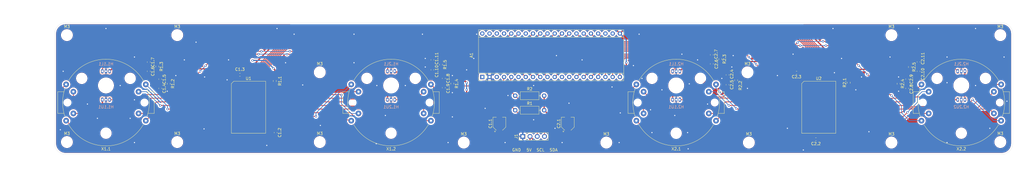
<source format=kicad_pcb>
(kicad_pcb (version 20171130) (host pcbnew "(5.1.9)-1")
  (layers (0 F.Cu signal) (31 B.Cu signal) (34 B.Paste user) (35 F.Paste user) (36 B.SilkS user) (37 F.SilkS user) (38 B.Mask user) (39 F.Mask user) (44 Edge.Cuts user))
  (net 0 "")
  (net 1 "Net-(A1-Pad4)")
  (net 2 "Net-(A1-Pad5)")
  (net 3 "Net-(A1-Pad7)")
  (net 4 "Net-(A1-Pad8)")
  (net 5 "Net-(A1-Pad9)")
  (net 6 "Net-(A1-Pad10)")
  (net 7 "Net-(A1-Pad11)")
  (net 8 "Net-(A1-Pad14)")
  (net 9 "Net-(A1-Pad15)")
  (net 10 "Net-(A1-Pad16)")
  (net 11 "Net-(A1-Pad17)")
  (net 12 "Net-(A1-Pad18)")
  (net 13 "Net-(A1-Pad19)")
  (net 14 "Net-(A1-Pad20)")
  (net 15 "Net-(A1-Pad24)")
  (net 16 "Net-(A1-Pad26)")
  (net 17 "Net-(A1-Pad28)")
  (net 18 "Net-(A1-Pad29)")
  (net 19 "Net-(A1-Pad30)")
  (net 20 "Net-(A1-Pad31)")
  (net 21 "Net-(A1-Pad32)")
  (net 22 "Net-(A1-Pad33)")
  (net 23 "Net-(A1-Pad35)")
  (net 24 "Net-(A1-Pad36)")
  (net 25 "Net-(R1.1-Pad1)")
  (net 26 "Net-(R2.1-Pad1)")
  (net 27 "Net-(U1-Pad11)")
  (net 28 "Net-(U1-Pad18)")
  (net 29 "Net-(U1-Pad10)")
  (net 30 "Net-(U1-Pad19)")
  (net 31 "Net-(U1-Pad9)")
  (net 32 "Net-(U1-Pad20)")
  (net 33 "Net-(U1-Pad8)")
  (net 34 "Net-(U1-Pad21)")
  (net 35 "Net-(U1-Pad7)")
  (net 36 "Net-(U1-Pad22)")
  (net 37 "Net-(U1-Pad6)")
  (net 38 "Net-(U1-Pad23)")
  (net 39 "Net-(U1-Pad5)")
  (net 40 "Net-(U1-Pad24)")
  (net 41 "Net-(U1-Pad4)")
  (net 42 "Net-(U1-Pad25)")
  (net 43 "Net-(U2-Pad25)")
  (net 44 "Net-(U2-Pad4)")
  (net 45 "Net-(U2-Pad24)")
  (net 46 "Net-(U2-Pad5)")
  (net 47 "Net-(U2-Pad23)")
  (net 48 "Net-(U2-Pad6)")
  (net 49 "Net-(U2-Pad22)")
  (net 50 "Net-(U2-Pad7)")
  (net 51 "Net-(U2-Pad21)")
  (net 52 "Net-(U2-Pad8)")
  (net 53 "Net-(U2-Pad20)")
  (net 54 "Net-(U2-Pad9)")
  (net 55 "Net-(U2-Pad19)")
  (net 56 "Net-(U2-Pad10)")
  (net 57 "Net-(U2-Pad18)")
  (net 58 "Net-(U2-Pad11)")
  (net 59 /GND)
  (net 60 /5V)
  (net 61 "Net-(A1-Pad27)")
  (net 62 "Net-(A1-Pad25)")
  (module c40:X40 (layer F.Cu) (at 367.31 134.62)
    (fp_text reference X2.2 (at 0 16.256) (layer F.SilkS))
    (fp_text value X40)
    (pad 4a thru_hole circle (at -11.43 -3.81) (size 2 2) (drill 0.8) (layers *.Cu *.Mask) (net 55 "Net-(U2-Pad19)"))
    (pad 3a thru_hole circle (at -11.43 3.81) (size 2 2) (drill 0.8) (layers *.Cu *.Mask) (net 57 "Net-(U2-Pad18)"))
    (pad 1a thru_hole circle (at 11.43 -3.81) (size 2 2) (drill 0.8) (layers *.Cu *.Mask) (net 51 "Net-(U2-Pad21)"))
    (pad 2a thru_hole circle (at 11.43 3.81) (size 2 2) (drill 0.8) (layers *.Cu *.Mask) (net 53 "Net-(U2-Pad20)"))
    (pad 4b thru_hole circle (at -13.97 -6.36) (size 2 2) (drill 0.8) (layers *.Cu *.Mask) (net 45 "Net-(U2-Pad24)"))
    (pad 3b thru_hole circle (at -13.97 6.36) (size 2 2) (drill 0.8) (layers *.Cu *.Mask) (net 43 "Net-(U2-Pad25)"))
    (pad 2b thru_hole circle (at 13.97 6.36) (size 2 2) (drill 0.8) (layers *.Cu *.Mask) (net 47 "Net-(U2-Pad23)"))
    (pad 1b thru_hole circle (at 13.97 -6.36) (size 2 2) (drill 0.8) (layers *.Cu *.Mask) (net 49 "Net-(U2-Pad22)"))
    (pad "" np_thru_hole circle (at 0 -6) (size 4.6 4.6) (drill 4.6) (layers *.Cu *.Mask))
    (pad "" np_thru_hole circle (at -8.49 -8.49) (size 3 3) (drill 3) (layers *.Cu *.Mask))
    (pad "" np_thru_hole circle (at 8.49 -8.49) (size 3 3) (drill 3) (layers *.Cu *.Mask))
    (pad "" np_thru_hole circle (at 0 10.75) (size 3 3) (drill 3) (layers *.Cu *.Mask))
    (pad "" np_thru_hole circle (at 13.5 0) (size 1.8 1.8) (drill 1.8) (layers *.Cu *.Mask))
    (pad "" np_thru_hole circle (at -13.5 0) (size 1.8 1.8) (drill 1.8) (layers *.Cu *.Mask))
  )
  (module c40:X40 (layer F.Cu) (at 267.31 134.62)
    (fp_text reference X2.1 (at 0 16.256) (layer F.SilkS))
    (fp_text value X40)
    (pad 4a thru_hole circle (at -11.43 -3.81) (size 2 2) (drill 0.8) (layers *.Cu *.Mask) (net 46 "Net-(U2-Pad5)"))
    (pad 3a thru_hole circle (at -11.43 3.81) (size 2 2) (drill 0.8) (layers *.Cu *.Mask) (net 44 "Net-(U2-Pad4)"))
    (pad 1a thru_hole circle (at 11.43 -3.81) (size 2 2) (drill 0.8) (layers *.Cu *.Mask) (net 50 "Net-(U2-Pad7)"))
    (pad 2a thru_hole circle (at 11.43 3.81) (size 2 2) (drill 0.8) (layers *.Cu *.Mask) (net 48 "Net-(U2-Pad6)"))
    (pad 4b thru_hole circle (at -13.97 -6.36) (size 2 2) (drill 0.8) (layers *.Cu *.Mask) (net 56 "Net-(U2-Pad10)"))
    (pad 3b thru_hole circle (at -13.97 6.36) (size 2 2) (drill 0.8) (layers *.Cu *.Mask) (net 58 "Net-(U2-Pad11)"))
    (pad 2b thru_hole circle (at 13.97 6.36) (size 2 2) (drill 0.8) (layers *.Cu *.Mask) (net 54 "Net-(U2-Pad9)"))
    (pad 1b thru_hole circle (at 13.97 -6.36) (size 2 2) (drill 0.8) (layers *.Cu *.Mask) (net 52 "Net-(U2-Pad8)"))
    (pad "" np_thru_hole circle (at 0 -6) (size 4.6 4.6) (drill 4.6) (layers *.Cu *.Mask))
    (pad "" np_thru_hole circle (at -8.49 -8.49) (size 3 3) (drill 3) (layers *.Cu *.Mask))
    (pad "" np_thru_hole circle (at 8.49 -8.49) (size 3 3) (drill 3) (layers *.Cu *.Mask))
    (pad "" np_thru_hole circle (at 0 10.75) (size 3 3) (drill 3) (layers *.Cu *.Mask))
    (pad "" np_thru_hole circle (at 13.5 0) (size 1.8 1.8) (drill 1.8) (layers *.Cu *.Mask))
    (pad "" np_thru_hole circle (at -13.5 0) (size 1.8 1.8) (drill 1.8) (layers *.Cu *.Mask))
  )
  (module MountingHole:MountingHole_3.2mm_M3 (layer F.Cu) (at 292.31 124)
    (fp_text reference M3 (at 0 -3) (layer F.SilkS))
    (fp_text value MountingHole_3.2mm_M3)
    (pad 1 np_thru_hole circle (at 0 0) (size 3.2 3.2) (drill 3.2) (layers *.Cu *.Mask))
  )
  (module MountingHole:MountingHole_3.2mm_M3 (layer F.Cu) (at 342.81 110.961)
    (fp_text reference M3 (at 0 -3) (layer F.SilkS))
    (fp_text value MountingHole_3.2mm_M3)
    (pad 1 np_thru_hole circle (at 0 0) (size 3.2 3.2) (drill 3.2) (layers *.Cu *.Mask))
  )
  (module MountingHole:MountingHole_3.2mm_M3 (layer F.Cu) (at 192.81 148.651)
    (fp_text reference M3 (at 0 -3) (layer F.SilkS))
    (fp_text value MountingHole_3.2mm_M3)
    (pad 1 np_thru_hole circle (at 0 0) (size 3.2 3.2) (drill 3.2) (layers *.Cu *.Mask))
  )
  (module MountingHole:MountingHole_3.2mm_M3 (layer F.Cu) (at 342.81 148.651)
    (fp_text reference M3 (at 0 -3) (layer F.SilkS))
    (fp_text value MountingHole_3.2mm_M3)
    (pad 1 np_thru_hole circle (at 0 0) (size 3.2 3.2) (drill 3.2) (layers *.Cu *.Mask))
  )
  (module MountingHole:MountingHole_3.2mm_M3 (layer F.Cu) (at 292.81 148.651)
    (fp_text reference M3 (at 0 -3) (layer F.SilkS))
    (fp_text value MountingHole_3.2mm_M3)
    (pad 1 np_thru_hole circle (at 0 0) (size 3.2 3.2) (drill 3.2) (layers *.Cu *.Mask))
  )
  (module MountingHole:MountingHole_3.2mm_M3 (layer F.Cu) (at 242.81 148.651)
    (fp_text reference M3 (at 0 -3) (layer F.SilkS))
    (fp_text value MountingHole_3.2mm_M3)
    (pad 1 np_thru_hole circle (at 0 0) (size 3.2 3.2) (drill 3.2) (layers *.Cu *.Mask))
  )
  (module MountingHole:MountingHole_3.2mm_M3 (layer F.Cu) (at 381 110.961)
    (fp_text reference M3 (at 0 -3) (layer F.SilkS))
    (fp_text value MountingHole_3.2mm_M3)
    (pad 1 np_thru_hole circle (at 0 0) (size 3.2 3.2) (drill 3.2) (layers *.Cu *.Mask))
  )
  (module MountingHole:MountingHole_3.2mm_M3 (layer F.Cu) (at 381 148.471)
    (fp_text reference M3 (at 0 -3) (layer F.SilkS))
    (fp_text value MountingHole_3.2mm_M3)
    (pad 1 np_thru_hole circle (at 0 0) (size 3.2 3.2) (drill 3.2) (layers *.Cu *.Mask))
  )
  (module c40:X40 (layer F.Cu) (at 67.31 134.62)
    (fp_text reference X1.1 (at 0 16.256) (layer F.SilkS))
    (fp_text value X40)
    (pad 4a thru_hole circle (at -11.43 -3.81) (size 2 2) (drill 0.8) (layers *.Cu *.Mask) (net 39 "Net-(U1-Pad5)"))
    (pad 3a thru_hole circle (at -11.43 3.81) (size 2 2) (drill 0.8) (layers *.Cu *.Mask) (net 41 "Net-(U1-Pad4)"))
    (pad 1a thru_hole circle (at 11.43 -3.81) (size 2 2) (drill 0.8) (layers *.Cu *.Mask) (net 35 "Net-(U1-Pad7)"))
    (pad 2a thru_hole circle (at 11.43 3.81) (size 2 2) (drill 0.8) (layers *.Cu *.Mask) (net 37 "Net-(U1-Pad6)"))
    (pad 4b thru_hole circle (at -13.97 -6.36) (size 2 2) (drill 0.8) (layers *.Cu *.Mask) (net 29 "Net-(U1-Pad10)"))
    (pad 3b thru_hole circle (at -13.97 6.36) (size 2 2) (drill 0.8) (layers *.Cu *.Mask) (net 27 "Net-(U1-Pad11)"))
    (pad 2b thru_hole circle (at 13.97 6.36) (size 2 2) (drill 0.8) (layers *.Cu *.Mask) (net 31 "Net-(U1-Pad9)"))
    (pad 1b thru_hole circle (at 13.97 -6.36) (size 2 2) (drill 0.8) (layers *.Cu *.Mask) (net 33 "Net-(U1-Pad8)"))
    (pad "" np_thru_hole circle (at 0 -6) (size 4.6 4.6) (drill 4.6) (layers *.Cu *.Mask))
    (pad "" np_thru_hole circle (at -8.49 -8.49) (size 3 3) (drill 3) (layers *.Cu *.Mask))
    (pad "" np_thru_hole circle (at 8.49 -8.49) (size 3 3) (drill 3) (layers *.Cu *.Mask))
    (pad "" np_thru_hole circle (at 0 10.75) (size 3 3) (drill 3) (layers *.Cu *.Mask))
    (pad "" np_thru_hole circle (at 13.5 0) (size 1.8 1.8) (drill 1.8) (layers *.Cu *.Mask))
    (pad "" np_thru_hole circle (at -13.5 0) (size 1.8 1.8) (drill 1.8) (layers *.Cu *.Mask))
  )
  (module c40:X40 (layer F.Cu) (at 167.31 134.62)
    (fp_text reference X1.2 (at 0 16.256) (layer F.SilkS))
    (fp_text value X40)
    (pad 4a thru_hole circle (at -11.43 -3.81) (size 2 2) (drill 0.8) (layers *.Cu *.Mask) (net 40 "Net-(U1-Pad24)"))
    (pad 3a thru_hole circle (at -11.43 3.81) (size 2 2) (drill 0.8) (layers *.Cu *.Mask) (net 42 "Net-(U1-Pad25)"))
    (pad 1a thru_hole circle (at 11.43 -3.81) (size 2 2) (drill 0.8) (layers *.Cu *.Mask) (net 36 "Net-(U1-Pad22)"))
    (pad 2a thru_hole circle (at 11.43 3.81) (size 2 2) (drill 0.8) (layers *.Cu *.Mask) (net 38 "Net-(U1-Pad23)"))
    (pad 4b thru_hole circle (at -13.97 -6.36) (size 2 2) (drill 0.8) (layers *.Cu *.Mask) (net 30 "Net-(U1-Pad19)"))
    (pad 3b thru_hole circle (at -13.97 6.36) (size 2 2) (drill 0.8) (layers *.Cu *.Mask) (net 28 "Net-(U1-Pad18)"))
    (pad 2b thru_hole circle (at 13.97 6.36) (size 2 2) (drill 0.8) (layers *.Cu *.Mask) (net 32 "Net-(U1-Pad20)"))
    (pad 1b thru_hole circle (at 13.97 -6.36) (size 2 2) (drill 0.8) (layers *.Cu *.Mask) (net 34 "Net-(U1-Pad21)"))
    (pad "" np_thru_hole circle (at 0 -6) (size 4.6 4.6) (drill 4.6) (layers *.Cu *.Mask))
    (pad "" np_thru_hole circle (at -8.49 -8.49) (size 3 3) (drill 3) (layers *.Cu *.Mask))
    (pad "" np_thru_hole circle (at 8.49 -8.49) (size 3 3) (drill 3) (layers *.Cu *.Mask))
    (pad "" np_thru_hole circle (at 0 10.75) (size 3 3) (drill 3) (layers *.Cu *.Mask))
    (pad "" np_thru_hole circle (at 13.5 0) (size 1.8 1.8) (drill 1.8) (layers *.Cu *.Mask))
    (pad "" np_thru_hole circle (at -13.5 0) (size 1.8 1.8) (drill 1.8) (layers *.Cu *.Mask))
  )
  (module Module:Maple_Mini (layer F.Cu) (at 199.31 125.651 90)
    (fp_text reference A1 (at 7.62 -3.81 90) (layer F.SilkS))
    (fp_text value Maple_Mini)
    (pad 40 thru_hole circle (at 15.24 0 90) (size 1.524 1.524) (drill 0.762) (layers *.Cu *.Mask))
    (pad 39 thru_hole circle (at 15.24 2.54 90) (size 1.524 1.524) (drill 0.762) (layers *.Cu *.Mask))
    (pad 38 thru_hole circle (at 15.24 5.08 90) (size 1.524 1.524) (drill 0.762) (layers *.Cu *.Mask))
    (pad 37 thru_hole circle (at 15.24 7.62 90) (size 1.524 1.524) (drill 0.762) (layers *.Cu *.Mask))
    (pad 36 thru_hole circle (at 15.24 10.16 90) (size 1.524 1.524) (drill 0.762) (layers *.Cu *.Mask) (net 24 "Net-(A1-Pad36)"))
    (pad 35 thru_hole circle (at 15.24 12.7 90) (size 1.524 1.524) (drill 0.762) (layers *.Cu *.Mask) (net 23 "Net-(A1-Pad35)"))
    (pad 34 thru_hole circle (at 15.24 15.24 90) (size 1.524 1.524) (drill 0.762) (layers *.Cu *.Mask))
    (pad 33 thru_hole circle (at 15.24 17.78 90) (size 1.524 1.524) (drill 0.762) (layers *.Cu *.Mask) (net 22 "Net-(A1-Pad33)"))
    (pad 32 thru_hole circle (at 15.24 20.32 90) (size 1.524 1.524) (drill 0.762) (layers *.Cu *.Mask) (net 21 "Net-(A1-Pad32)"))
    (pad 31 thru_hole circle (at 15.24 22.86 90) (size 1.524 1.524) (drill 0.762) (layers *.Cu *.Mask) (net 20 "Net-(A1-Pad31)"))
    (pad 30 thru_hole circle (at 15.24 25.4 90) (size 1.524 1.524) (drill 0.762) (layers *.Cu *.Mask) (net 19 "Net-(A1-Pad30)"))
    (pad 29 thru_hole circle (at 15.24 27.94 90) (size 1.524 1.524) (drill 0.762) (layers *.Cu *.Mask) (net 18 "Net-(A1-Pad29)"))
    (pad 28 thru_hole circle (at 15.24 30.48 90) (size 1.524 1.524) (drill 0.762) (layers *.Cu *.Mask) (net 17 "Net-(A1-Pad28)"))
    (pad 27 thru_hole circle (at 15.24 33.02 90) (size 1.524 1.524) (drill 0.762) (layers *.Cu *.Mask) (net 61 "Net-(A1-Pad27)"))
    (pad 26 thru_hole circle (at 15.24 35.56 90) (size 1.524 1.524) (drill 0.762) (layers *.Cu *.Mask) (net 16 "Net-(A1-Pad26)"))
    (pad 25 thru_hole circle (at 15.24 38.1 90) (size 1.524 1.524) (drill 0.762) (layers *.Cu *.Mask) (net 62 "Net-(A1-Pad25)"))
    (pad 24 thru_hole circle (at 15.24 40.64 90) (size 1.524 1.524) (drill 0.762) (layers *.Cu *.Mask) (net 15 "Net-(A1-Pad24)"))
    (pad 23 thru_hole circle (at 15.24 43.18 90) (size 1.524 1.524) (drill 0.762) (layers *.Cu *.Mask))
    (pad 22 thru_hole circle (at 15.24 45.72 90) (size 1.524 1.524) (drill 0.762) (layers *.Cu *.Mask))
    (pad 21 thru_hole circle (at 15.24 48.26 90) (size 1.524 1.524) (drill 0.762) (layers *.Cu *.Mask) (net 60 /5V))
    (pad 20 thru_hole circle (at 0 48.26 90) (size 1.524 1.524) (drill 0.762) (layers *.Cu *.Mask) (net 14 "Net-(A1-Pad20)"))
    (pad 19 thru_hole circle (at 0 45.72 90) (size 1.524 1.524) (drill 0.762) (layers *.Cu *.Mask) (net 13 "Net-(A1-Pad19)"))
    (pad 18 thru_hole circle (at 0 43.18 90) (size 1.524 1.524) (drill 0.762) (layers *.Cu *.Mask) (net 12 "Net-(A1-Pad18)"))
    (pad 17 thru_hole circle (at 0 40.64 90) (size 1.524 1.524) (drill 0.762) (layers *.Cu *.Mask) (net 11 "Net-(A1-Pad17)"))
    (pad 16 thru_hole circle (at 0 38.1 90) (size 1.524 1.524) (drill 0.762) (layers *.Cu *.Mask) (net 10 "Net-(A1-Pad16)"))
    (pad 15 thru_hole circle (at 0 35.56 90) (size 1.524 1.524) (drill 0.762) (layers *.Cu *.Mask) (net 9 "Net-(A1-Pad15)"))
    (pad 14 thru_hole circle (at 0 33.02 90) (size 1.524 1.524) (drill 0.762) (layers *.Cu *.Mask) (net 8 "Net-(A1-Pad14)"))
    (pad 13 thru_hole circle (at 0 30.48 90) (size 1.524 1.524) (drill 0.762) (layers *.Cu *.Mask))
    (pad 12 thru_hole circle (at 0 27.94 90) (size 1.524 1.524) (drill 0.762) (layers *.Cu *.Mask))
    (pad 11 thru_hole circle (at 0 25.4 90) (size 1.524 1.524) (drill 0.762) (layers *.Cu *.Mask) (net 7 "Net-(A1-Pad11)"))
    (pad 10 thru_hole circle (at 0 22.86 90) (size 1.524 1.524) (drill 0.762) (layers *.Cu *.Mask) (net 6 "Net-(A1-Pad10)"))
    (pad 9 thru_hole circle (at 0 20.32 90) (size 1.524 1.524) (drill 0.762) (layers *.Cu *.Mask) (net 5 "Net-(A1-Pad9)"))
    (pad 8 thru_hole circle (at 0 17.78 90) (size 1.524 1.524) (drill 0.762) (layers *.Cu *.Mask) (net 4 "Net-(A1-Pad8)"))
    (pad 7 thru_hole circle (at 0 15.24 90) (size 1.524 1.524) (drill 0.762) (layers *.Cu *.Mask) (net 3 "Net-(A1-Pad7)"))
    (pad 6 thru_hole circle (at 0 12.7 90) (size 1.524 1.524) (drill 0.762) (layers *.Cu *.Mask))
    (pad 5 thru_hole circle (at 0 10.16 90) (size 1.524 1.524) (drill 0.762) (layers *.Cu *.Mask) (net 2 "Net-(A1-Pad5)"))
    (pad 4 thru_hole circle (at 0 7.62 90) (size 1.524 1.524) (drill 0.762) (layers *.Cu *.Mask) (net 1 "Net-(A1-Pad4)"))
    (pad 3 thru_hole circle (at 0 5.08 90) (size 1.524 1.524) (drill 0.762) (layers *.Cu *.Mask))
    (pad 2 thru_hole circle (at 0 2.54 90) (size 1.524 1.524) (drill 0.762) (layers *.Cu *.Mask) (net 59 /GND))
    (pad 1 thru_hole rect (at 0 0 90) (size 1.524 1.524) (drill 0.762) (layers *.Cu *.Mask))
  )
  (module MountingHole:MountingHole_3.2mm_M3 (layer F.Cu) (at 92.31 110.961)
    (fp_text reference M3 (at 0 -3) (layer F.SilkS))
    (fp_text value MountingHole_3.2mm_M3)
    (pad 1 np_thru_hole circle (at 0 0) (size 3.2 3.2) (drill 3.2) (layers *.Cu *.Mask))
  )
  (module MountingHole:MountingHole_3.2mm_M3 (layer F.Cu) (at 53.62 110.961)
    (fp_text reference M3 (at 0 -3) (layer F.SilkS))
    (fp_text value MountingHole_3.2mm_M3)
    (pad 1 np_thru_hole circle (at 0 0) (size 3.2 3.2) (drill 3.2) (layers *.Cu *.Mask))
  )
  (module MountingHole:MountingHole_3.2mm_M3 (layer F.Cu) (at 142.31 124)
    (fp_text reference M3 (at 0 -3) (layer F.SilkS))
    (fp_text value MountingHole_3.2mm_M3)
    (pad 1 np_thru_hole circle (at 0 0) (size 3.2 3.2) (drill 3.2) (layers *.Cu *.Mask))
  )
  (module MountingHole:MountingHole_3.2mm_M3 (layer F.Cu) (at 142.31 148.471)
    (fp_text reference M3 (at 0 -3) (layer F.SilkS))
    (fp_text value MountingHole_3.2mm_M3)
    (pad 1 np_thru_hole circle (at 0 0) (size 3.2 3.2) (drill 3.2) (layers *.Cu *.Mask))
  )
  (module MountingHole:MountingHole_3.2mm_M3 (layer F.Cu) (at 92.31 148.471)
    (fp_text reference M3 (at 0 -3) (layer F.SilkS))
    (fp_text value MountingHole_3.2mm_M3)
    (pad 1 np_thru_hole circle (at 0 0) (size 3.2 3.2) (drill 3.2) (layers *.Cu *.Mask))
  )
  (module MountingHole:MountingHole_3.2mm_M3 (layer F.Cu) (at 53.62 148.471)
    (fp_text reference M3 (at 0 -3) (layer F.SilkS))
    (fp_text value MountingHole_3.2mm_M3)
    (pad 1 np_thru_hole circle (at 0 0) (size 3.2 3.2) (drill 3.2) (layers *.Cu *.Mask))
  )
  (module c40:PG-SSO-3-02 (layer B.Cu) (at 367.31 123.62)
    (fp_text reference H2.2L1 (at 0 -2.54) (layer B.SilkS) (effects (justify mirror)))
    (fp_text value TLE4905L)
    (pad 3 thru_hole oval (at -1.27 0 180) (size 0.89916 1.50114) (drill 0.6) (layers *.Cu *.Mask) (net 11 "Net-(A1-Pad17)"))
    (pad 1 thru_hole oval (at 1.27 0 180) (size 0.89916 1.50114) (drill 0.6) (layers *.Cu *.Mask) (net 60 /5V))
    (pad 2 thru_hole oval (at 0 0 180) (size 0.89916 1.50114) (drill 0.6) (layers *.Cu *.Mask) (net 59 /GND))
  )
  (module c40:PG-SSO-3-02 (layer B.Cu) (at 67.31 123.62)
    (fp_text reference H1.1L1 (at 0 -2.54) (layer B.SilkS) (effects (justify mirror)))
    (fp_text value TLE4905L)
    (pad 3 thru_hole oval (at -1.27 0 180) (size 0.89916 1.50114) (drill 0.6) (layers *.Cu *.Mask) (net 6 "Net-(A1-Pad10)"))
    (pad 1 thru_hole oval (at 1.27 0 180) (size 0.89916 1.50114) (drill 0.6) (layers *.Cu *.Mask) (net 60 /5V))
    (pad 2 thru_hole oval (at 0 0 180) (size 0.89916 1.50114) (drill 0.6) (layers *.Cu *.Mask) (net 59 /GND))
  )
  (module c40:PG-SSO-3-02 (layer B.Cu) (at 67.31 133.62 180)
    (fp_text reference H1.1U1 (at 0 -2.54) (layer B.SilkS) (effects (justify mirror)))
    (fp_text value TLE4905L)
    (pad 3 thru_hole oval (at -1.27 0) (size 0.89916 1.50114) (drill 0.6) (layers *.Cu *.Mask) (net 5 "Net-(A1-Pad9)"))
    (pad 1 thru_hole oval (at 1.27 0) (size 0.89916 1.50114) (drill 0.6) (layers *.Cu *.Mask) (net 60 /5V))
    (pad 2 thru_hole oval (at 0 0) (size 0.89916 1.50114) (drill 0.6) (layers *.Cu *.Mask) (net 59 /GND))
  )
  (module c40:PG-SSO-3-02 (layer B.Cu) (at 167.31 123.62)
    (fp_text reference H1.2L1 (at 0 -2.54) (layer B.SilkS) (effects (justify mirror)))
    (fp_text value TLE4905L)
    (pad 3 thru_hole oval (at -1.27 0 180) (size 0.89916 1.50114) (drill 0.6) (layers *.Cu *.Mask) (net 4 "Net-(A1-Pad8)"))
    (pad 1 thru_hole oval (at 1.27 0 180) (size 0.89916 1.50114) (drill 0.6) (layers *.Cu *.Mask) (net 60 /5V))
    (pad 2 thru_hole oval (at 0 0 180) (size 0.89916 1.50114) (drill 0.6) (layers *.Cu *.Mask) (net 59 /GND))
  )
  (module c40:PG-SSO-3-02 (layer B.Cu) (at 167.31 133.62 180)
    (fp_text reference H1.2U1 (at 0 -2.54) (layer B.SilkS) (effects (justify mirror)))
    (fp_text value TLE4905L)
    (pad 3 thru_hole oval (at -1.27 0) (size 0.89916 1.50114) (drill 0.6) (layers *.Cu *.Mask) (net 3 "Net-(A1-Pad7)"))
    (pad 1 thru_hole oval (at 1.27 0) (size 0.89916 1.50114) (drill 0.6) (layers *.Cu *.Mask) (net 60 /5V))
    (pad 2 thru_hole oval (at 0 0) (size 0.89916 1.50114) (drill 0.6) (layers *.Cu *.Mask) (net 59 /GND))
  )
  (module c40:PG-SSO-3-02 (layer B.Cu) (at 267.31 123.62)
    (fp_text reference H2.1L1 (at 0 -2.54) (layer B.SilkS) (effects (justify mirror)))
    (fp_text value TLE4905L)
    (pad 3 thru_hole oval (at -1.27 0 180) (size 0.89916 1.50114) (drill 0.6) (layers *.Cu *.Mask) (net 14 "Net-(A1-Pad20)"))
    (pad 1 thru_hole oval (at 1.27 0 180) (size 0.89916 1.50114) (drill 0.6) (layers *.Cu *.Mask) (net 60 /5V))
    (pad 2 thru_hole oval (at 0 0 180) (size 0.89916 1.50114) (drill 0.6) (layers *.Cu *.Mask) (net 59 /GND))
  )
  (module c40:PG-SSO-3-02 (layer B.Cu) (at 267.31 133.62 180)
    (fp_text reference H2.1U1 (at 0 -2.54) (layer B.SilkS) (effects (justify mirror)))
    (fp_text value TLE4905L)
    (pad 3 thru_hole oval (at -1.27 0) (size 0.89916 1.50114) (drill 0.6) (layers *.Cu *.Mask) (net 13 "Net-(A1-Pad19)"))
    (pad 1 thru_hole oval (at 1.27 0) (size 0.89916 1.50114) (drill 0.6) (layers *.Cu *.Mask) (net 60 /5V))
    (pad 2 thru_hole oval (at 0 0) (size 0.89916 1.50114) (drill 0.6) (layers *.Cu *.Mask) (net 59 /GND))
  )
  (module c40:PG-SSO-3-02 (layer B.Cu) (at 367.31 133.62 180)
    (fp_text reference H2.2U2 (at 0 -2.54) (layer B.SilkS) (effects (justify mirror)))
    (fp_text value TLE4905L)
    (pad 3 thru_hole oval (at -1.27 0) (size 0.89916 1.50114) (drill 0.6) (layers *.Cu *.Mask) (net 12 "Net-(A1-Pad18)"))
    (pad 1 thru_hole oval (at 1.27 0) (size 0.89916 1.50114) (drill 0.6) (layers *.Cu *.Mask) (net 60 /5V))
    (pad 2 thru_hole oval (at 0 0) (size 0.89916 1.50114) (drill 0.6) (layers *.Cu *.Mask) (net 59 /GND))
  )
  (module Package_SO:SOP-28 (layer F.Cu) (at 117.31 136.271 270)
    (fp_text reference U1 (at -10.105 0) (layer F.SilkS))
    (fp_text value VID66-06)
    (pad 14 smd rect (at 8.255 4 270) (size 0.7 3) (layers F.Cu F.Paste F.Mask) (net 21 "Net-(A1-Pad32)"))
    (pad 15 smd rect (at 8.255 -4 270) (size 0.7 3) (layers F.Cu F.Paste F.Mask) (net 60 /5V))
    (pad 13 smd rect (at 6.985 4 270) (size 0.7 3) (layers F.Cu F.Paste F.Mask) (net 22 "Net-(A1-Pad33)"))
    (pad 16 smd rect (at 6.985 -4 270) (size 0.7 3) (layers F.Cu F.Paste F.Mask) (net 20 "Net-(A1-Pad31)"))
    (pad 12 smd rect (at 5.715 4 270) (size 0.7 3) (layers F.Cu F.Paste F.Mask) (net 59 /GND))
    (pad 17 smd rect (at 5.715 -4 270) (size 0.7 3) (layers F.Cu F.Paste F.Mask) (net 19 "Net-(A1-Pad30)"))
    (pad 11 smd rect (at 4.445 4 270) (size 0.7 3) (layers F.Cu F.Paste F.Mask) (net 27 "Net-(U1-Pad11)"))
    (pad 18 smd rect (at 4.445 -4 270) (size 0.7 3) (layers F.Cu F.Paste F.Mask) (net 28 "Net-(U1-Pad18)"))
    (pad 10 smd rect (at 3.175 4 270) (size 0.7 3) (layers F.Cu F.Paste F.Mask) (net 29 "Net-(U1-Pad10)"))
    (pad 19 smd rect (at 3.175 -4 270) (size 0.7 3) (layers F.Cu F.Paste F.Mask) (net 30 "Net-(U1-Pad19)"))
    (pad 9 smd rect (at 1.905 4 270) (size 0.7 3) (layers F.Cu F.Paste F.Mask) (net 31 "Net-(U1-Pad9)"))
    (pad 20 smd rect (at 1.905 -4 270) (size 0.7 3) (layers F.Cu F.Paste F.Mask) (net 32 "Net-(U1-Pad20)"))
    (pad 8 smd rect (at 0.635 4 270) (size 0.7 3) (layers F.Cu F.Paste F.Mask) (net 33 "Net-(U1-Pad8)"))
    (pad 21 smd rect (at 0.635 -4 270) (size 0.7 3) (layers F.Cu F.Paste F.Mask) (net 34 "Net-(U1-Pad21)"))
    (pad 7 smd rect (at -0.635 4 270) (size 0.7 3) (layers F.Cu F.Paste F.Mask) (net 35 "Net-(U1-Pad7)"))
    (pad 22 smd rect (at -0.635 -4 270) (size 0.7 3) (layers F.Cu F.Paste F.Mask) (net 36 "Net-(U1-Pad22)"))
    (pad 6 smd rect (at -1.905 4 270) (size 0.7 3) (layers F.Cu F.Paste F.Mask) (net 37 "Net-(U1-Pad6)"))
    (pad 23 smd rect (at -1.905 -4 270) (size 0.7 3) (layers F.Cu F.Paste F.Mask) (net 38 "Net-(U1-Pad23)"))
    (pad 5 smd rect (at -3.175 4 270) (size 0.7 3) (layers F.Cu F.Paste F.Mask) (net 39 "Net-(U1-Pad5)"))
    (pad 24 smd rect (at -3.175 -4 270) (size 0.7 3) (layers F.Cu F.Paste F.Mask) (net 40 "Net-(U1-Pad24)"))
    (pad 4 smd rect (at -4.445 4 270) (size 0.7 3) (layers F.Cu F.Paste F.Mask) (net 41 "Net-(U1-Pad4)"))
    (pad 25 smd rect (at -4.445 -4 270) (size 0.7 3) (layers F.Cu F.Paste F.Mask) (net 42 "Net-(U1-Pad25)"))
    (pad 3 smd rect (at -5.715 4 270) (size 0.7 3) (layers F.Cu F.Paste F.Mask) (net 23 "Net-(A1-Pad35)"))
    (pad 26 smd rect (at -5.715 -4 270) (size 0.7 3) (layers F.Cu F.Paste F.Mask) (net 25 "Net-(R1.1-Pad1)"))
    (pad 2 smd rect (at -6.985 4 270) (size 0.7 3) (layers F.Cu F.Paste F.Mask) (net 24 "Net-(A1-Pad36)"))
    (pad 27 smd rect (at -6.985 -4 270) (size 0.7 3) (layers F.Cu F.Paste F.Mask) (net 17 "Net-(A1-Pad28)"))
    (pad 1 smd rect (at -8.255 4 270) (size 0.7 3) (layers F.Cu F.Paste F.Mask) (net 60 /5V))
    (pad 28 smd rect (at -8.255 -4 270) (size 0.7 3) (layers F.Cu F.Paste F.Mask) (net 18 "Net-(A1-Pad29)"))
  )
  (module Connector_PinHeader_2.54mm:PinHeader_1x04_P2.54mm_Vertical (layer F.Cu) (at 213.5 146.5 90)
    (fp_text reference J1 (at 0 -2.33 90) (layer F.SilkS))
    (fp_text value Conn_01x04_Female)
    (pad 4 thru_hole oval (at 0 7.62 90) (size 1.7 1.7) (drill 1) (layers *.Cu *.Mask) (net 2 "Net-(A1-Pad5)"))
    (pad 3 thru_hole oval (at 0 5.08 90) (size 1.7 1.7) (drill 1) (layers *.Cu *.Mask) (net 1 "Net-(A1-Pad4)"))
    (pad 2 thru_hole oval (at 0 2.54 90) (size 1.7 1.7) (drill 1) (layers *.Cu *.Mask) (net 60 /5V))
    (pad 1 thru_hole rect (at 0 0 90) (size 1.7 1.7) (drill 1) (layers *.Cu *.Mask) (net 59 /GND))
  )
  (module Resistor_THT:R_Axial_DIN0207_L6.3mm_D2.5mm_P10.16mm_Horizontal (layer F.Cu) (at 210.838 137.301)
    (fp_text reference R1 (at 5.08 -2.37) (layer F.SilkS))
    (fp_text value 5K)
    (pad 1 thru_hole circle (at 0 0) (size 1.6 1.6) (drill 0.8) (layers *.Cu *.Mask) (net 1 "Net-(A1-Pad4)"))
    (pad 2 thru_hole oval (at 10.16 0) (size 1.6 1.6) (drill 0.8) (layers *.Cu *.Mask) (net 60 /5V))
  )
  (module Resistor_THT:R_Axial_DIN0207_L6.3mm_D2.5mm_P10.16mm_Horizontal (layer F.Cu) (at 210.838 132.221)
    (fp_text reference R2 (at 5.08 -2.37) (layer F.SilkS))
    (fp_text value 5K)
    (pad 2 thru_hole oval (at 10.16 0) (size 1.6 1.6) (drill 0.8) (layers *.Cu *.Mask) (net 60 /5V))
    (pad 1 thru_hole circle (at 0 0) (size 1.6 1.6) (drill 0.8) (layers *.Cu *.Mask) (net 2 "Net-(A1-Pad5)"))
  )
  (module Package_SO:SOP-28 (layer F.Cu) (at 317.31 136.271 270)
    (fp_text reference U2 (at -10.105 0) (layer F.SilkS))
    (fp_text value VID66-06)
    (pad 14 smd rect (at 8.255 4 270) (size 0.7 3) (layers F.Cu F.Paste F.Mask) (net 7 "Net-(A1-Pad11)"))
    (pad 15 smd rect (at 8.255 -4 270) (size 0.7 3) (layers F.Cu F.Paste F.Mask) (net 60 /5V))
    (pad 13 smd rect (at 6.985 4 270) (size 0.7 3) (layers F.Cu F.Paste F.Mask) (net 8 "Net-(A1-Pad14)"))
    (pad 16 smd rect (at 6.985 -4 270) (size 0.7 3) (layers F.Cu F.Paste F.Mask) (net 61 "Net-(A1-Pad27)"))
    (pad 12 smd rect (at 5.715 4 270) (size 0.7 3) (layers F.Cu F.Paste F.Mask) (net 59 /GND))
    (pad 17 smd rect (at 5.715 -4 270) (size 0.7 3) (layers F.Cu F.Paste F.Mask) (net 16 "Net-(A1-Pad26)"))
    (pad 11 smd rect (at 4.445 4 270) (size 0.7 3) (layers F.Cu F.Paste F.Mask) (net 58 "Net-(U2-Pad11)"))
    (pad 18 smd rect (at 4.445 -4 270) (size 0.7 3) (layers F.Cu F.Paste F.Mask) (net 57 "Net-(U2-Pad18)"))
    (pad 10 smd rect (at 3.175 4 270) (size 0.7 3) (layers F.Cu F.Paste F.Mask) (net 56 "Net-(U2-Pad10)"))
    (pad 19 smd rect (at 3.175 -4 270) (size 0.7 3) (layers F.Cu F.Paste F.Mask) (net 55 "Net-(U2-Pad19)"))
    (pad 9 smd rect (at 1.905 4 270) (size 0.7 3) (layers F.Cu F.Paste F.Mask) (net 54 "Net-(U2-Pad9)"))
    (pad 20 smd rect (at 1.905 -4 270) (size 0.7 3) (layers F.Cu F.Paste F.Mask) (net 53 "Net-(U2-Pad20)"))
    (pad 8 smd rect (at 0.635 4 270) (size 0.7 3) (layers F.Cu F.Paste F.Mask) (net 52 "Net-(U2-Pad8)"))
    (pad 21 smd rect (at 0.635 -4 270) (size 0.7 3) (layers F.Cu F.Paste F.Mask) (net 51 "Net-(U2-Pad21)"))
    (pad 7 smd rect (at -0.635 4 270) (size 0.7 3) (layers F.Cu F.Paste F.Mask) (net 50 "Net-(U2-Pad7)"))
    (pad 22 smd rect (at -0.635 -4 270) (size 0.7 3) (layers F.Cu F.Paste F.Mask) (net 49 "Net-(U2-Pad22)"))
    (pad 6 smd rect (at -1.905 4 270) (size 0.7 3) (layers F.Cu F.Paste F.Mask) (net 48 "Net-(U2-Pad6)"))
    (pad 23 smd rect (at -1.905 -4 270) (size 0.7 3) (layers F.Cu F.Paste F.Mask) (net 47 "Net-(U2-Pad23)"))
    (pad 5 smd rect (at -3.175 4 270) (size 0.7 3) (layers F.Cu F.Paste F.Mask) (net 46 "Net-(U2-Pad5)"))
    (pad 24 smd rect (at -3.175 -4 270) (size 0.7 3) (layers F.Cu F.Paste F.Mask) (net 45 "Net-(U2-Pad24)"))
    (pad 4 smd rect (at -4.445 4 270) (size 0.7 3) (layers F.Cu F.Paste F.Mask) (net 44 "Net-(U2-Pad4)"))
    (pad 25 smd rect (at -4.445 -4 270) (size 0.7 3) (layers F.Cu F.Paste F.Mask) (net 43 "Net-(U2-Pad25)"))
    (pad 3 smd rect (at -5.715 4 270) (size 0.7 3) (layers F.Cu F.Paste F.Mask) (net 9 "Net-(A1-Pad15)"))
    (pad 26 smd rect (at -5.715 -4 270) (size 0.7 3) (layers F.Cu F.Paste F.Mask) (net 26 "Net-(R2.1-Pad1)"))
    (pad 2 smd rect (at -6.985 4 270) (size 0.7 3) (layers F.Cu F.Paste F.Mask) (net 10 "Net-(A1-Pad16)"))
    (pad 27 smd rect (at -6.985 -4 270) (size 0.7 3) (layers F.Cu F.Paste F.Mask) (net 62 "Net-(A1-Pad25)"))
    (pad 1 smd rect (at -8.255 4 270) (size 0.7 3) (layers F.Cu F.Paste F.Mask) (net 60 /5V))
    (pad 28 smd rect (at -8.255 -4 270) (size 0.7 3) (layers F.Cu F.Paste F.Mask) (net 15 "Net-(A1-Pad24)"))
  )
  (module Capacitor_SMD:CP_Elec_4x5.3 (layer F.Cu) (at 205.31 142 90)
    (fp_text reference C1.1 (at 0 -3.2 90) (layer F.SilkS))
    (fp_text value "22 uF")
    (pad 2 smd roundrect (at 1.8 0 90) (size 2.6 1.6) (layers F.Cu F.Paste F.Mask) (roundrect_rratio 0.15625) (net 59 /GND))
    (pad 1 smd roundrect (at -1.8 0 90) (size 2.6 1.6) (layers F.Cu F.Paste F.Mask) (roundrect_rratio 0.15625) (net 60 /5V))
  )
  (module Capacitor_SMD:C_0603_1608Metric (layer F.Cu) (at 114.285 124.851 180)
    (fp_text reference C1.3 (at 0 1.905) (layer F.SilkS))
    (fp_text value "100 nF")
    (pad 2 smd roundrect (at 0.775 0 180) (size 0.9 0.95) (layers F.Cu F.Paste F.Mask) (net 59 /GND))
    (pad 1 smd roundrect (at -0.775 0 180) (size 0.9 0.95) (layers F.Cu F.Paste F.Mask) (net 60 /5V))
  )
  (module Capacitor_SMD:C_0603_1608Metric (layer F.Cu) (at 82.31 123.651 270)
    (fp_text reference C1.6 (at 0 -1.43 90) (layer F.SilkS))
    (fp_text value "4.7 nF")
    (pad 1 smd roundrect (at -0.775 0 270) (size 0.9 0.95) (layers F.Cu F.Paste F.Mask) (net 60 /5V))
    (pad 2 smd roundrect (at 0.775 0 270) (size 0.9 0.95) (layers F.Cu F.Paste F.Mask) (net 59 /GND))
  )
  (module Capacitor_SMD:C_0603_1608Metric (layer F.Cu) (at 126.81 145.151 270)
    (fp_text reference C1.2 (at 0 -1.43 90) (layer F.SilkS))
    (fp_text value "100 nF")
    (pad 1 smd roundrect (at -0.775 0 270) (size 0.9 0.95) (layers F.Cu F.Paste F.Mask) (net 60 /5V))
    (pad 2 smd roundrect (at 0.775 0 270) (size 0.9 0.95) (layers F.Cu F.Paste F.Mask) (net 59 /GND))
  )
  (module Capacitor_SMD:C_0603_1608Metric (layer F.Cu) (at 86.31 126.426 270)
    (fp_text reference C1.5 (at 0 -1.43 90) (layer F.SilkS))
    (fp_text value "4.7 nF")
    (pad 2 smd roundrect (at 0.775 0 270) (size 0.9 0.95) (layers F.Cu F.Paste F.Mask) (net 5 "Net-(A1-Pad9)"))
    (pad 1 smd roundrect (at -0.775 0 270) (size 0.9 0.95) (layers F.Cu F.Paste F.Mask) (net 59 /GND))
  )
  (module Capacitor_SMD:C_0603_1608Metric (layer F.Cu) (at 86.31 129.651 270)
    (fp_text reference C1.4 (at 0 -1.43 90) (layer F.SilkS))
    (fp_text value "4.7 nF")
    (pad 1 smd roundrect (at -0.775 0 270) (size 0.9 0.95) (layers F.Cu F.Paste F.Mask) (net 60 /5V))
    (pad 2 smd roundrect (at 0.775 0 270) (size 0.9 0.95) (layers F.Cu F.Paste F.Mask) (net 59 /GND))
  )
  (module Capacitor_SMD:C_0603_1608Metric (layer F.Cu) (at 181.81 119.651 270)
    (fp_text reference C1.11 (at -0.5 -1.5 90) (layer F.SilkS))
    (fp_text value "4.7 nF")
    (pad 2 smd roundrect (at 0.775 0 270) (size 0.9 0.95) (layers F.Cu F.Paste F.Mask) (net 4 "Net-(A1-Pad8)"))
    (pad 1 smd roundrect (at -0.775 0 270) (size 0.9 0.95) (layers F.Cu F.Paste F.Mask) (net 59 /GND))
  )
  (module Capacitor_SMD:C_0603_1608Metric (layer F.Cu) (at 181.81 123.151 90)
    (fp_text reference C1.10 (at -0.5 1.5 90) (layer F.SilkS))
    (fp_text value "4.7 nF")
    (pad 1 smd roundrect (at -0.775 0 90) (size 0.9 0.95) (layers F.Cu F.Paste F.Mask) (net 60 /5V))
    (pad 2 smd roundrect (at 0.775 0 90) (size 0.9 0.95) (layers F.Cu F.Paste F.Mask) (net 59 /GND))
  )
  (module Capacitor_SMD:C_0603_1608Metric (layer F.Cu) (at 185.81 129.426 90)
    (fp_text reference C1.9 (at -0.275 1.5 90) (layer F.SilkS))
    (fp_text value "4.7 nF")
    (pad 2 smd roundrect (at 0.775 0 90) (size 0.9 0.95) (layers F.Cu F.Paste F.Mask) (net 3 "Net-(A1-Pad7)"))
    (pad 1 smd roundrect (at -0.775 0 90) (size 0.9 0.95) (layers F.Cu F.Paste F.Mask) (net 59 /GND))
  )
  (module Capacitor_SMD:C_0603_1608Metric (layer F.Cu) (at 185.81 126.151 90)
    (fp_text reference C1.8 (at 0 1.5 90) (layer F.SilkS))
    (fp_text value "4.7 nF")
    (pad 1 smd roundrect (at -0.775 0 90) (size 0.9 0.95) (layers F.Cu F.Paste F.Mask) (net 60 /5V))
    (pad 2 smd roundrect (at 0.775 0 90) (size 0.9 0.95) (layers F.Cu F.Paste F.Mask) (net 59 /GND))
  )
  (module Capacitor_SMD:C_0603_1608Metric (layer F.Cu) (at 82.31 120.426 270)
    (fp_text reference C1.7 (at 0 -1.43 90) (layer F.SilkS))
    (fp_text value "4.7 nF")
    (pad 2 smd roundrect (at 0.775 0 270) (size 0.9 0.95) (layers F.Cu F.Paste F.Mask) (net 6 "Net-(A1-Pad10)"))
    (pad 1 smd roundrect (at -0.775 0 270) (size 0.9 0.95) (layers F.Cu F.Paste F.Mask) (net 59 /GND))
  )
  (module Capacitor_SMD:C_0603_1608Metric (layer F.Cu) (at 352.31 120.376 270)
    (fp_text reference C2.11 (at -1.225 -1.5 90) (layer F.SilkS))
    (fp_text value "4.7 nF")
    (pad 2 smd roundrect (at 0.775 0 270) (size 0.9 0.95) (layers F.Cu F.Paste F.Mask) (net 11 "Net-(A1-Pad17)"))
    (pad 1 smd roundrect (at -0.775 0 270) (size 0.9 0.95) (layers F.Cu F.Paste F.Mask) (net 59 /GND))
  )
  (module Capacitor_SMD:CP_Elec_4x5.3 (layer F.Cu) (at 229.31 142 90)
    (fp_text reference C2.1 (at 0 -3.2 90) (layer F.SilkS))
    (fp_text value "22 uF")
    (pad 1 smd roundrect (at -1.8 0 90) (size 2.6 1.6) (layers F.Cu F.Paste F.Mask) (roundrect_rratio 0.15625) (net 60 /5V))
    (pad 2 smd roundrect (at 1.8 0 90) (size 2.6 1.6) (layers F.Cu F.Paste F.Mask) (roundrect_rratio 0.15625) (net 59 /GND))
  )
  (module Capacitor_SMD:C_0603_1608Metric (layer F.Cu) (at 348.31 126.426 270)
    (fp_text reference C2.9 (at 0 -1.5 90) (layer F.SilkS))
    (fp_text value "4.7 nF")
    (pad 2 smd roundrect (at 0.775 0 270) (size 0.9 0.95) (layers F.Cu F.Paste F.Mask) (net 12 "Net-(A1-Pad18)"))
    (pad 1 smd roundrect (at -0.775 0 270) (size 0.9 0.95) (layers F.Cu F.Paste F.Mask) (net 59 /GND))
  )
  (module Capacitor_SMD:C_0603_1608Metric (layer F.Cu) (at 279.81 117.876 90)
    (fp_text reference C2.7 (at 0.225 1.5 90) (layer F.SilkS))
    (fp_text value "4.7 nF")
    (pad 1 smd roundrect (at -0.775 0 90) (size 0.9 0.95) (layers F.Cu F.Paste F.Mask) (net 59 /GND))
    (pad 2 smd roundrect (at 0.775 0 90) (size 0.9 0.95) (layers F.Cu F.Paste F.Mask) (net 14 "Net-(A1-Pad20)"))
  )
  (module Capacitor_SMD:C_0603_1608Metric (layer F.Cu) (at 279.81 121.051 90)
    (fp_text reference C2.6 (at -0.1 1.6 90) (layer F.SilkS))
    (fp_text value "4.7 nF")
    (pad 2 smd roundrect (at 0.775 0 90) (size 0.9 0.95) (layers F.Cu F.Paste F.Mask) (net 59 /GND))
    (pad 1 smd roundrect (at -0.775 0 90) (size 0.9 0.95) (layers F.Cu F.Paste F.Mask) (net 60 /5V))
  )
  (module Capacitor_SMD:C_0603_1608Metric (layer F.Cu) (at 348.31 129.651 270)
    (fp_text reference C2.8 (at 0.25 -1.5 90) (layer F.SilkS))
    (fp_text value "4.7 nF")
    (pad 1 smd roundrect (at -0.775 0 270) (size 0.9 0.95) (layers F.Cu F.Paste F.Mask) (net 60 /5V))
    (pad 2 smd roundrect (at 0.775 0 270) (size 0.9 0.95) (layers F.Cu F.Paste F.Mask) (net 59 /GND))
  )
  (module Capacitor_SMD:C_0603_1608Metric (layer F.Cu) (at 316.31 147.451 180)
    (fp_text reference C2.2 (at 0 -1.6) (layer F.SilkS))
    (fp_text value "100 nF")
    (pad 2 smd roundrect (at 0.775 0 180) (size 0.9 0.95) (layers F.Cu F.Paste F.Mask) (net 59 /GND))
    (pad 1 smd roundrect (at -0.775 0 180) (size 0.9 0.95) (layers F.Cu F.Paste F.Mask) (net 60 /5V))
  )
  (module Capacitor_SMD:C_0603_1608Metric (layer F.Cu) (at 309.535 124.151 180)
    (fp_text reference C2.3 (at 0 -1.43) (layer F.SilkS))
    (fp_text value "100 nF")
    (pad 1 smd roundrect (at -0.775 0 180) (size 0.9 0.95) (layers F.Cu F.Paste F.Mask) (net 60 /5V))
    (pad 2 smd roundrect (at 0.775 0 180) (size 0.9 0.95) (layers F.Cu F.Paste F.Mask) (net 59 /GND))
  )
  (module Capacitor_SMD:C_0603_1608Metric (layer F.Cu) (at 285.31 124.926 270)
    (fp_text reference C2.4 (at -0.275 -1.5 90) (layer F.SilkS))
    (fp_text value "4.7 nF")
    (pad 2 smd roundrect (at 0.775 0 270) (size 0.9 0.95) (layers F.Cu F.Paste F.Mask) (net 59 /GND))
    (pad 1 smd roundrect (at -0.775 0 270) (size 0.9 0.95) (layers F.Cu F.Paste F.Mask) (net 60 /5V))
  )
  (module Capacitor_SMD:C_0603_1608Metric (layer F.Cu) (at 352.31 123.651 270)
    (fp_text reference C2.10 (at 1 -1.5 90) (layer F.SilkS))
    (fp_text value "4.7 nF")
    (pad 1 smd roundrect (at -0.775 0 270) (size 0.9 0.95) (layers F.Cu F.Paste F.Mask) (net 60 /5V))
    (pad 2 smd roundrect (at 0.775 0 270) (size 0.9 0.95) (layers F.Cu F.Paste F.Mask) (net 59 /GND))
  )
  (module Capacitor_SMD:C_0603_1608Metric (layer F.Cu) (at 285.31 128.376 270)
    (fp_text reference C2.5 (at 0 -1.5 90) (layer F.SilkS))
    (fp_text value "4.7 nF")
    (pad 1 smd roundrect (at -0.775 0 270) (size 0.9 0.95) (layers F.Cu F.Paste F.Mask) (net 59 /GND))
    (pad 2 smd roundrect (at 0.775 0 270) (size 0.9 0.95) (layers F.Cu F.Paste F.Mask) (net 13 "Net-(A1-Pad19)"))
  )
  (module Resistor_SMD:R_0603_1608Metric (layer F.Cu) (at 89.31 128.016 270)
    (fp_text reference R1.2 (at 0 -1.43 90) (layer F.SilkS))
    (fp_text value 1K2)
    (pad 1 smd roundrect (at -0.825 0 270) (size 0.8 0.95) (layers F.Cu F.Paste F.Mask) (net 5 "Net-(A1-Pad9)"))
    (pad 2 smd roundrect (at 0.825 0 270) (size 0.8 0.95) (layers F.Cu F.Paste F.Mask) (net 60 /5V))
  )
  (module Resistor_SMD:R_0603_1608Metric (layer F.Cu) (at 126.51 127.051 90)
    (fp_text reference R1.1 (at 0 1.8 90) (layer F.SilkS))
    (fp_text value 1K2)
    (pad 1 smd roundrect (at -0.825 0 90) (size 0.8 0.95) (layers F.Cu F.Paste F.Mask) (net 25 "Net-(R1.1-Pad1)"))
    (pad 2 smd roundrect (at 0.825 0 90) (size 0.8 0.95) (layers F.Cu F.Paste F.Mask) (net 60 /5V))
  )
  (module Resistor_SMD:R_0603_1608Metric (layer F.Cu) (at 85.31 121.976 270)
    (fp_text reference R1.3 (at 0 -1.43 90) (layer F.SilkS))
    (fp_text value 1K2)
    (pad 2 smd roundrect (at 0.825 0 270) (size 0.8 0.95) (layers F.Cu F.Paste F.Mask) (net 60 /5V))
    (pad 1 smd roundrect (at -0.825 0 270) (size 0.8 0.95) (layers F.Cu F.Paste F.Mask) (net 6 "Net-(A1-Pad10)"))
  )
  (module Resistor_SMD:R_0603_1608Metric (layer F.Cu) (at 188.81 127.976 90)
    (fp_text reference R1.4 (at 0 1.5 90) (layer F.SilkS))
    (fp_text value 1K2)
    (pad 1 smd roundrect (at -0.825 0 90) (size 0.8 0.95) (layers F.Cu F.Paste F.Mask) (net 3 "Net-(A1-Pad7)"))
    (pad 2 smd roundrect (at 0.825 0 90) (size 0.8 0.95) (layers F.Cu F.Paste F.Mask) (net 60 /5V))
  )
  (module Resistor_SMD:R_0603_1608Metric (layer F.Cu) (at 184.81 121.326 270)
    (fp_text reference R1.5 (at 0 -1.43 90) (layer F.SilkS))
    (fp_text value 1K2)
    (pad 2 smd roundrect (at 0.825 0 270) (size 0.8 0.95) (layers F.Cu F.Paste F.Mask) (net 60 /5V))
    (pad 1 smd roundrect (at -0.825 0 270) (size 0.8 0.95) (layers F.Cu F.Paste F.Mask) (net 4 "Net-(A1-Pad8)"))
  )
  (module Resistor_SMD:R_0603_1608Metric (layer F.Cu) (at 327.81 127.651 90)
    (fp_text reference R2.1 (at 0 -1.43 90) (layer F.SilkS))
    (fp_text value 1K2)
    (pad 2 smd roundrect (at 0.825 0 90) (size 0.8 0.95) (layers F.Cu F.Paste F.Mask) (net 60 /5V))
    (pad 1 smd roundrect (at -0.825 0 90) (size 0.8 0.95) (layers F.Cu F.Paste F.Mask) (net 26 "Net-(R2.1-Pad1)"))
  )
  (module Resistor_SMD:R_0603_1608Metric (layer F.Cu) (at 349.31 122.151 270)
    (fp_text reference R2.5 (at 0 -1.43 90) (layer F.SilkS))
    (fp_text value 1K2)
    (pad 1 smd roundrect (at -0.825 0 270) (size 0.8 0.95) (layers F.Cu F.Paste F.Mask) (net 11 "Net-(A1-Pad17)"))
    (pad 2 smd roundrect (at 0.825 0 270) (size 0.8 0.95) (layers F.Cu F.Paste F.Mask) (net 60 /5V))
  )
  (module Resistor_SMD:R_0603_1608Metric (layer F.Cu) (at 288.31 126.826 90)
    (fp_text reference R2.2 (at -1.825 1.5 90) (layer F.SilkS))
    (fp_text value 1K2)
    (pad 2 smd roundrect (at 0.825 0 90) (size 0.8 0.95) (layers F.Cu F.Paste F.Mask) (net 60 /5V))
    (pad 1 smd roundrect (at -0.825 0 90) (size 0.8 0.95) (layers F.Cu F.Paste F.Mask) (net 13 "Net-(A1-Pad19)"))
  )
  (module Resistor_SMD:R_0603_1608Metric (layer F.Cu) (at 345.31 128.016 270)
    (fp_text reference R2.4 (at 0 -1.43 90) (layer F.SilkS))
    (fp_text value 1K2)
    (pad 1 smd roundrect (at -0.825 0 270) (size 0.8 0.95) (layers F.Cu F.Paste F.Mask) (net 12 "Net-(A1-Pad18)"))
    (pad 2 smd roundrect (at 0.825 0 270) (size 0.8 0.95) (layers F.Cu F.Paste F.Mask) (net 60 /5V))
  )
  (module Resistor_SMD:R_0603_1608Metric (layer F.Cu) (at 282.81 119.401 270)
    (fp_text reference R2.3 (at 0 -1.43 90) (layer F.SilkS))
    (fp_text value 1K2)
    (pad 2 smd roundrect (at 0.825 0 270) (size 0.8 0.95) (layers F.Cu F.Paste F.Mask) (net 60 /5V))
    (pad 1 smd roundrect (at -0.825 0 270) (size 0.8 0.95) (layers F.Cu F.Paste F.Mask) (net 14 "Net-(A1-Pad20)"))
  )
  (gr_text SDA (at 224.31 151.251) (layer F.SilkS) (effects (font (size 1 1))))
  (gr_text SCL (at 219.71 151.251) (layer F.SilkS) (effects (font (size 1 1))))
  (gr_text 5V (at 215.71 151.251) (layer F.SilkS) (effects (font (size 1 1))))
  (gr_text GND (at 211.31 151.251) (layer F.SilkS) (effects (font (size 1 1))))
  (gr_arc (start 381.5 148.971) (end 381.5 152.781) (angle -90) (layer Edge.Cuts) (width 0.05))
  (gr_arc (start 381.5 110.461) (end 385.31 110.461) (angle -90) (layer Edge.Cuts) (width 0.05))
  (gr_arc (start 53.12 148.971) (end 49.31 148.971) (angle -90) (layer Edge.Cuts) (width 0.05))
  (gr_arc (start 53.12 110.461) (end 53.12 106.651) (angle -90) (layer Edge.Cuts) (width 0.05))
  (gr_line (start 385.31 148.971) (end 385.31 110.461) (layer Edge.Cuts) (width 0.05))
  (gr_line (start 49.31 148.971) (end 49.31 110.461) (layer Edge.Cuts) (width 0.05))
  (gr_line (start 53.12 152.781) (end 381.5 152.781) (layer Edge.Cuts) (width 0.05))
  (gr_line (start 381.5 106.651) (end 53.12 106.651) (layer Edge.Cuts) (width 0.05))
  (segment (start 218.58 145.043) (end 210.838 137.301) (width 0.25) (layer F.Cu) (net 1))
  (segment (start 218.58 146.5) (end 218.58 145.043) (width 0.25) (layer F.Cu) (net 1))
  (segment (start 210.838 137.301) (end 206.81 133.273) (width 0.25) (layer F.Cu) (net 1))
  (segment (start 206.81 125.771) (end 206.93 125.651) (width 0.25) (layer F.Cu) (net 1))
  (segment (start 206.81 133.273) (end 206.81 125.771) (width 0.25) (layer F.Cu) (net 1))
  (segment (start 210.838 132.221) (end 209.31 130.693) (width 0.25) (layer F.Cu) (net 2))
  (segment (start 209.31 125.811) (end 209.47 125.651) (width 0.25) (layer F.Cu) (net 2))
  (segment (start 209.31 130.693) (end 209.31 125.811) (width 0.25) (layer F.Cu) (net 2))
  (segment (start 221.12 142.503) (end 210.838 132.221) (width 0.25) (layer F.Cu) (net 2))
  (segment (start 221.12 146.5) (end 221.12 142.503) (width 0.25) (layer F.Cu) (net 2))
  (segment (start 171.341 133.62) (end 168.58 133.62) (width 0.25) (layer F.Cu) (net 3))
  (segment (start 172.224896 133.62) (end 171.341 133.62) (width 0.25) (layer F.Cu) (net 3))
  (segment (start 179.068886 126.77601) (end 172.224896 133.62) (width 0.25) (layer F.Cu) (net 3))
  (segment (start 182.051114 126.77601) (end 179.068886 126.77601) (width 0.25) (layer F.Cu) (net 3))
  (segment (start 183.926104 128.651) (end 182.051114 126.77601) (width 0.25) (layer F.Cu) (net 3))
  (segment (start 185.81 128.651) (end 183.926104 128.651) (width 0.25) (layer F.Cu) (net 3))
  (segment (start 185.96 128.801) (end 185.81 128.651) (width 0.25) (layer F.Cu) (net 3))
  (segment (start 188.81 128.801) (end 185.96 128.801) (width 0.25) (layer F.Cu) (net 3))
  (segment (start 211.05 122.151) (end 214.55 125.651) (width 0.25) (layer F.Cu) (net 3))
  (segment (start 198.31 122.151) (end 211.05 122.151) (width 0.25) (layer F.Cu) (net 3))
  (segment (start 196.31 124.151) (end 198.31 122.151) (width 0.25) (layer F.Cu) (net 3))
  (segment (start 196.31 127.151) (end 196.31 124.151) (width 0.25) (layer F.Cu) (net 3))
  (segment (start 194.66 128.801) (end 196.31 127.151) (width 0.25) (layer F.Cu) (net 3))
  (segment (start 188.81 128.801) (end 194.66 128.801) (width 0.25) (layer F.Cu) (net 3))
  (segment (start 166.04 122.61943) (end 166.04 123.62) (width 0.25) (layer F.Cu) (net 4))
  (segment (start 168.23343 120.426) (end 166.04 122.61943) (width 0.25) (layer F.Cu) (net 4))
  (segment (start 181.81 120.426) (end 168.23343 120.426) (width 0.25) (layer F.Cu) (net 4))
  (segment (start 181.885 120.501) (end 181.81 120.426) (width 0.25) (layer F.Cu) (net 4))
  (segment (start 184.81 120.501) (end 181.885 120.501) (width 0.25) (layer F.Cu) (net 4))
  (segment (start 211.94 120.501) (end 217.09 125.651) (width 0.25) (layer F.Cu) (net 4))
  (segment (start 184.81 120.501) (end 211.94 120.501) (width 0.25) (layer F.Cu) (net 4))
  (segment (start 71.739 133.62) (end 68.58 133.62) (width 0.25) (layer F.Cu) (net 5))
  (segment (start 79.629 125.73) (end 71.739 133.62) (width 0.25) (layer F.Cu) (net 5))
  (segment (start 82.804 125.73) (end 79.629 125.73) (width 0.25) (layer F.Cu) (net 5))
  (segment (start 84.275 127.201) (end 82.804 125.73) (width 0.25) (layer F.Cu) (net 5))
  (segment (start 86.31 127.201) (end 84.275 127.201) (width 0.25) (layer F.Cu) (net 5))
  (segment (start 86.32 127.191) (end 86.31 127.201) (width 0.25) (layer F.Cu) (net 5))
  (segment (start 89.31 127.191) (end 86.32 127.191) (width 0.25) (layer F.Cu) (net 5))
  (via (at 130.81 117.651) (size 0.8) (drill 0.4) (layers F.Cu B.Cu) (net 5))
  (segment (start 106.31 117.651) (end 102.81 121.151) (width 0.25) (layer F.Cu) (net 5))
  (segment (start 118.81 117.651) (end 106.31 117.651) (width 0.25) (layer F.Cu) (net 5))
  (via (at 102.31 121.651) (size 0.8) (drill 0.4) (layers F.Cu B.Cu) (net 5))
  (segment (start 102.81 121.151) (end 102.31 121.651) (width 0.25) (layer F.Cu) (net 5))
  (via (at 100.31 123.701) (size 0.8) (drill 0.4) (layers F.Cu B.Cu) (net 5))
  (segment (start 100.31 123.651) (end 100.31 123.701) (width 0.25) (layer B.Cu) (net 5))
  (segment (start 102.31 121.651) (end 100.31 123.651) (width 0.25) (layer B.Cu) (net 5))
  (segment (start 100.31 123.701) (end 96.82 127.191) (width 0.25) (layer F.Cu) (net 5))
  (segment (start 89.31 127.191) (end 96.35 127.191) (width 0.25) (layer F.Cu) (net 5))
  (segment (start 96.35 127.191) (end 96.77 127.191) (width 0.25) (layer F.Cu) (net 5))
  (via (at 120.81 117.651) (size 0.8) (drill 0.4) (layers F.Cu B.Cu) (net 5))
  (segment (start 118.81 117.651) (end 120.81 117.651) (width 0.25) (layer F.Cu) (net 5))
  (segment (start 120.81 117.651) (end 130.81 117.651) (width 0.25) (layer B.Cu) (net 5))
  (segment (start 211.67999 117.70099) (end 219.63 125.651) (width 0.25) (layer F.Cu) (net 5))
  (segment (start 211.08001 117.10101) (end 211.67999 117.70099) (width 0.25) (layer F.Cu) (net 5))
  (segment (start 132.91 117.10101) (end 211.08001 117.10101) (width 0.25) (layer F.Cu) (net 5))
  (segment (start 132.36001 117.651) (end 132.91 117.10101) (width 0.25) (layer F.Cu) (net 5))
  (segment (start 130.81 117.651) (end 132.36001 117.651) (width 0.25) (layer F.Cu) (net 5))
  (segment (start 66.04 123.493575) (end 66.04 123.62) (width 0.25) (layer F.Cu) (net 6))
  (segment (start 82.36 121.151) (end 82.31 121.201) (width 0.25) (layer F.Cu) (net 6))
  (segment (start 85.31 121.151) (end 82.36 121.151) (width 0.25) (layer F.Cu) (net 6))
  (segment (start 66.04 122.61943) (end 66.04 123.62) (width 0.25) (layer F.Cu) (net 6))
  (segment (start 67.45843 121.201) (end 66.04 122.61943) (width 0.25) (layer F.Cu) (net 6))
  (segment (start 82.31 121.201) (end 67.45843 121.201) (width 0.25) (layer F.Cu) (net 6))
  (via (at 121.81 116.651) (size 0.8) (drill 0.4) (layers F.Cu B.Cu) (net 6))
  (segment (start 89.81 116.651) (end 121.81 116.651) (width 0.25) (layer F.Cu) (net 6))
  (segment (start 85.31 121.151) (end 89.81 116.651) (width 0.25) (layer F.Cu) (net 6))
  (via (at 131.81 116.651) (size 0.8) (drill 0.4) (layers F.Cu B.Cu) (net 6))
  (segment (start 121.81 116.651) (end 131.81 116.651) (width 0.25) (layer B.Cu) (net 6))
  (segment (start 213.17 116.651) (end 213.76998 117.25098) (width 0.25) (layer F.Cu) (net 6))
  (segment (start 213.76998 117.25098) (end 222.17 125.651) (width 0.25) (layer F.Cu) (net 6))
  (segment (start 131.81 116.651) (end 213.17 116.651) (width 0.25) (layer F.Cu) (net 6))
  (segment (start 235.21 115.151) (end 224.71 125.651) (width 0.25) (layer F.Cu) (net 7))
  (segment (start 266.368995 111.182775) (end 262.40077 115.151) (width 0.25) (layer F.Cu) (net 7))
  (segment (start 310.751005 111.182775) (end 266.368995 111.182775) (width 0.25) (layer F.Cu) (net 7))
  (segment (start 317.045028 142.540972) (end 317.045027 117.476797) (width 0.25) (layer F.Cu) (net 7))
  (segment (start 315.06 144.526) (end 317.045028 142.540972) (width 0.25) (layer F.Cu) (net 7))
  (segment (start 262.40077 115.151) (end 235.21 115.151) (width 0.25) (layer F.Cu) (net 7))
  (segment (start 317.045027 117.476797) (end 310.751005 111.182775) (width 0.25) (layer F.Cu) (net 7))
  (segment (start 313.31 144.526) (end 315.06 144.526) (width 0.25) (layer F.Cu) (net 7))
  (segment (start 242.33 115.651) (end 232.33 125.651) (width 0.25) (layer F.Cu) (net 8))
  (segment (start 262.53718 115.651) (end 242.33 115.651) (width 0.25) (layer F.Cu) (net 8))
  (segment (start 266.555395 111.632785) (end 262.53718 115.651) (width 0.25) (layer F.Cu) (net 8))
  (segment (start 310.564605 111.632785) (end 266.555395 111.632785) (width 0.25) (layer F.Cu) (net 8))
  (segment (start 316.595018 117.663198) (end 310.564605 111.632785) (width 0.25) (layer F.Cu) (net 8))
  (segment (start 316.595018 141.720982) (end 316.595018 117.663198) (width 0.25) (layer F.Cu) (net 8))
  (segment (start 315.06 143.256) (end 316.595018 141.720982) (width 0.25) (layer F.Cu) (net 8))
  (segment (start 313.31 143.256) (end 315.06 143.256) (width 0.25) (layer F.Cu) (net 8))
  (segment (start 244.37 116.151) (end 234.87 125.651) (width 0.25) (layer F.Cu) (net 9))
  (segment (start 262.67359 116.151) (end 244.37 116.151) (width 0.25) (layer F.Cu) (net 9))
  (segment (start 310.378205 112.082795) (end 266.741795 112.082795) (width 0.25) (layer F.Cu) (net 9))
  (segment (start 316.145009 117.849599) (end 310.378205 112.082795) (width 0.25) (layer F.Cu) (net 9))
  (segment (start 316.145009 129.470991) (end 316.145009 117.849599) (width 0.25) (layer F.Cu) (net 9))
  (segment (start 315.06 130.556) (end 316.145009 129.470991) (width 0.25) (layer F.Cu) (net 9))
  (segment (start 266.741795 112.082795) (end 262.67359 116.151) (width 0.25) (layer F.Cu) (net 9))
  (segment (start 313.31 130.556) (end 315.06 130.556) (width 0.25) (layer F.Cu) (net 9))
  (segment (start 262.81 116.651) (end 246.41 116.651) (width 0.25) (layer F.Cu) (net 10))
  (segment (start 266.81 112.651) (end 262.81 116.651) (width 0.25) (layer F.Cu) (net 10))
  (segment (start 310.31 112.651) (end 266.81 112.651) (width 0.25) (layer F.Cu) (net 10))
  (segment (start 246.41 116.651) (end 237.41 125.651) (width 0.25) (layer F.Cu) (net 10))
  (segment (start 315.695 118.036) (end 310.31 112.651) (width 0.25) (layer F.Cu) (net 10))
  (segment (start 315.695 128.651) (end 315.695 118.036) (width 0.25) (layer F.Cu) (net 10))
  (segment (start 315.06 129.286) (end 315.695 128.651) (width 0.25) (layer F.Cu) (net 10))
  (segment (start 313.31 129.286) (end 315.06 129.286) (width 0.25) (layer F.Cu) (net 10))
  (segment (start 352.135 121.326) (end 352.31 121.151) (width 0.25) (layer F.Cu) (net 11))
  (segment (start 349.31 121.326) (end 352.135 121.326) (width 0.25) (layer F.Cu) (net 11))
  (segment (start 363.571 121.151) (end 366.04 123.62) (width 0.25) (layer F.Cu) (net 11))
  (segment (start 352.31 121.151) (end 363.571 121.151) (width 0.25) (layer F.Cu) (net 11))
  (segment (start 349.31 121.326) (end 332.985 121.326) (width 0.25) (layer F.Cu) (net 11))
  (via (at 318.81 113.151) (size 0.8) (drill 0.4) (layers F.Cu B.Cu) (net 11))
  (segment (start 324.81 113.151) (end 318.81 113.151) (width 0.25) (layer F.Cu) (net 11))
  (segment (start 332.985 121.326) (end 324.81 113.151) (width 0.25) (layer F.Cu) (net 11))
  (segment (start 318.81 113.151) (end 315.31 113.151) (width 0.25) (layer B.Cu) (net 11))
  (segment (start 315.31 113.151) (end 310.31 113.151) (width 0.25) (layer B.Cu) (net 11))
  (via (at 309.81 113.651) (size 0.8) (drill 0.4) (layers F.Cu B.Cu) (net 11))
  (segment (start 310.084999 113.376001) (end 309.81 113.651) (width 0.25) (layer B.Cu) (net 11))
  (segment (start 310.31 113.151) (end 310.084999 113.376001) (width 0.25) (layer B.Cu) (net 11))
  (segment (start 267.81 114.151) (end 264.31 117.651) (width 0.25) (layer F.Cu) (net 11))
  (segment (start 309.31 114.151) (end 267.81 114.151) (width 0.25) (layer F.Cu) (net 11))
  (segment (start 309.81 113.651) (end 309.31 114.151) (width 0.25) (layer F.Cu) (net 11))
  (segment (start 239.95 125.011) (end 239.95 125.651) (width 0.25) (layer F.Cu) (net 11))
  (segment (start 247.31 117.651) (end 239.95 125.011) (width 0.25) (layer F.Cu) (net 11))
  (segment (start 264.31 117.651) (end 247.31 117.651) (width 0.25) (layer F.Cu) (net 11))
  (segment (start 345.32 127.201) (end 345.31 127.191) (width 0.25) (layer F.Cu) (net 12))
  (segment (start 348.31 127.201) (end 345.32 127.201) (width 0.25) (layer F.Cu) (net 12))
  (segment (start 368.11157 132.151) (end 368.58 132.61943) (width 0.25) (layer F.Cu) (net 12))
  (segment (start 361.693896 132.151) (end 368.11157 132.151) (width 0.25) (layer F.Cu) (net 12))
  (segment (start 355.568886 126.02599) (end 361.693896 132.151) (width 0.25) (layer F.Cu) (net 12))
  (segment (start 351.051113 126.02599) (end 355.568886 126.02599) (width 0.25) (layer F.Cu) (net 12))
  (segment (start 349.876104 127.201) (end 351.051113 126.02599) (width 0.25) (layer F.Cu) (net 12))
  (segment (start 368.58 132.61943) (end 368.58 133.62) (width 0.25) (layer F.Cu) (net 12))
  (segment (start 348.31 127.201) (end 349.876104 127.201) (width 0.25) (layer F.Cu) (net 12))
  (segment (start 345.31 127.191) (end 337.625 127.191) (width 0.25) (layer F.Cu) (net 12))
  (via (at 334.31 124.651) (size 0.8) (drill 0.4) (layers F.Cu B.Cu) (net 12))
  (segment (start 336.85 127.191) (end 334.31 124.651) (width 0.25) (layer F.Cu) (net 12))
  (segment (start 337.625 127.191) (end 336.85 127.191) (width 0.25) (layer F.Cu) (net 12))
  (via (at 331.31 121.651) (size 0.8) (drill 0.4) (layers F.Cu B.Cu) (net 12))
  (segment (start 334.31 124.651) (end 331.31 121.651) (width 0.25) (layer B.Cu) (net 12))
  (segment (start 331.31 121.651) (end 324.31 114.651) (width 0.25) (layer F.Cu) (net 12))
  (via (at 319.81 114.651) (size 0.8) (drill 0.4) (layers F.Cu B.Cu) (net 12))
  (segment (start 324.31 114.651) (end 319.81 114.651) (width 0.25) (layer F.Cu) (net 12))
  (via (at 310.81 114.651) (size 0.8) (drill 0.4) (layers F.Cu B.Cu) (net 12))
  (segment (start 319.81 114.651) (end 310.81 114.651) (width 0.25) (layer B.Cu) (net 12))
  (segment (start 268.03718 114.651) (end 264.53718 118.151) (width 0.25) (layer F.Cu) (net 12))
  (segment (start 310.81 114.651) (end 268.03718 114.651) (width 0.25) (layer F.Cu) (net 12))
  (segment (start 242.49 123.471) (end 242.49 125.651) (width 0.25) (layer F.Cu) (net 12))
  (segment (start 247.81 118.151) (end 242.49 123.471) (width 0.25) (layer F.Cu) (net 12))
  (segment (start 264.53718 118.151) (end 247.81 118.151) (width 0.25) (layer F.Cu) (net 12))
  (segment (start 286.81 127.651) (end 285.31 129.151) (width 0.25) (layer F.Cu) (net 13))
  (segment (start 288.31 127.651) (end 286.81 127.651) (width 0.25) (layer F.Cu) (net 13))
  (segment (start 288.31 127.651) (end 294.81 127.651) (width 0.25) (layer F.Cu) (net 13))
  (segment (start 294.81 127.651) (end 296.31 126.151) (width 0.25) (layer F.Cu) (net 13))
  (via (at 295.31 121.151) (size 0.8) (drill 0.4) (layers F.Cu B.Cu) (net 13))
  (segment (start 296.31 122.151) (end 295.31 121.151) (width 0.25) (layer F.Cu) (net 13))
  (segment (start 296.31 126.151) (end 296.31 122.151) (width 0.25) (layer F.Cu) (net 13))
  (via (at 292.81 118.651) (size 0.8) (drill 0.4) (layers F.Cu B.Cu) (net 13))
  (segment (start 295.31 121.151) (end 292.81 118.651) (width 0.25) (layer B.Cu) (net 13))
  (segment (start 268.17359 115.151) (end 264.72358 118.60101) (width 0.25) (layer F.Cu) (net 13))
  (segment (start 289.31 115.151) (end 268.17359 115.151) (width 0.25) (layer F.Cu) (net 13))
  (segment (start 292.81 118.651) (end 289.31 115.151) (width 0.25) (layer F.Cu) (net 13))
  (segment (start 245.03 122.431) (end 245.03 125.651) (width 0.25) (layer F.Cu) (net 13))
  (segment (start 248.85999 118.60101) (end 245.03 122.431) (width 0.25) (layer F.Cu) (net 13))
  (segment (start 264.72358 118.60101) (end 248.85999 118.60101) (width 0.25) (layer F.Cu) (net 13))
  (segment (start 272.841 133.62) (end 268.58 133.62) (width 0.25) (layer F.Cu) (net 13))
  (segment (start 279.81 126.651) (end 272.841 133.62) (width 0.25) (layer F.Cu) (net 13))
  (segment (start 282.099 126.651) (end 279.81 126.651) (width 0.25) (layer F.Cu) (net 13))
  (segment (start 283.0195 127.9525) (end 283.0195 127.5715) (width 0.25) (layer F.Cu) (net 13))
  (segment (start 284.218 129.151) (end 283.0195 127.9525) (width 0.25) (layer F.Cu) (net 13))
  (segment (start 283.0195 127.5715) (end 282.099 126.651) (width 0.25) (layer F.Cu) (net 13))
  (segment (start 285.31 129.151) (end 284.218 129.151) (width 0.25) (layer F.Cu) (net 13))
  (segment (start 266.04 123.493575) (end 266.04 123.62) (width 0.25) (layer F.Cu) (net 14))
  (segment (start 272.432575 117.101) (end 266.04 123.493575) (width 0.25) (layer F.Cu) (net 14))
  (segment (start 279.81 117.101) (end 272.432575 117.101) (width 0.25) (layer F.Cu) (net 14))
  (segment (start 281.285 118.576) (end 279.81 117.101) (width 0.25) (layer F.Cu) (net 14))
  (segment (start 282.81 118.576) (end 281.285 118.576) (width 0.25) (layer F.Cu) (net 14))
  (segment (start 278.81 115.651) (end 268.31 115.651) (width 0.25) (layer F.Cu) (net 14))
  (segment (start 268.31 115.651) (end 264.90998 119.05102) (width 0.25) (layer F.Cu) (net 14))
  (segment (start 279.81 116.651) (end 278.81 115.651) (width 0.25) (layer F.Cu) (net 14))
  (segment (start 279.81 117.101) (end 279.81 116.651) (width 0.25) (layer F.Cu) (net 14))
  (segment (start 250.21002 119.05102) (end 249.40998 119.05102) (width 0.25) (layer F.Cu) (net 14))
  (segment (start 264.90998 119.05102) (end 250.21002 119.05102) (width 0.25) (layer F.Cu) (net 14))
  (segment (start 247.57 120.891) (end 247.57 125.651) (width 0.25) (layer F.Cu) (net 14))
  (segment (start 249.40998 119.05102) (end 247.57 120.891) (width 0.25) (layer F.Cu) (net 14))
  (segment (start 261.81 113.151) (end 242.69 113.151) (width 0.25) (layer F.Cu) (net 15))
  (segment (start 265.31 109.651) (end 261.81 113.151) (width 0.25) (layer F.Cu) (net 15))
  (segment (start 265.623395 109.382735) (end 265.35513 109.651) (width 0.25) (layer F.Cu) (net 15))
  (segment (start 311.541735 109.382735) (end 265.623395 109.382735) (width 0.25) (layer F.Cu) (net 15))
  (segment (start 318.845064 116.686064) (end 311.541735 109.382735) (width 0.25) (layer F.Cu) (net 15))
  (segment (start 318.845064 127.301064) (end 318.845064 116.686064) (width 0.25) (layer F.Cu) (net 15))
  (segment (start 265.35513 109.651) (end 265.31 109.651) (width 0.25) (layer F.Cu) (net 15))
  (segment (start 319.56 128.016) (end 318.845064 127.301064) (width 0.25) (layer F.Cu) (net 15))
  (segment (start 242.69 113.151) (end 239.95 110.411) (width 0.25) (layer F.Cu) (net 15))
  (segment (start 321.31 128.016) (end 319.56 128.016) (width 0.25) (layer F.Cu) (net 15))
  (segment (start 238.61 114.151) (end 234.87 110.411) (width 0.25) (layer F.Cu) (net 16))
  (segment (start 262.12795 114.151) (end 238.61 114.151) (width 0.25) (layer F.Cu) (net 16))
  (segment (start 265.996195 110.282755) (end 262.12795 114.151) (width 0.25) (layer F.Cu) (net 16))
  (segment (start 317.945045 117.103995) (end 311.123801 110.282755) (width 0.25) (layer F.Cu) (net 16))
  (segment (start 320.144998 141.986) (end 317.945046 139.786048) (width 0.25) (layer F.Cu) (net 16))
  (segment (start 311.123801 110.282755) (end 265.996195 110.282755) (width 0.25) (layer F.Cu) (net 16))
  (segment (start 317.945046 139.786048) (end 317.945045 117.103995) (width 0.25) (layer F.Cu) (net 16))
  (segment (start 321.31 141.986) (end 320.144998 141.986) (width 0.25) (layer F.Cu) (net 16))
  (segment (start 124.31 122.33305) (end 130.901023 115.742027) (width 0.25) (layer F.Cu) (net 17))
  (segment (start 124.31 128.036) (end 124.31 122.33305) (width 0.25) (layer F.Cu) (net 17))
  (segment (start 123.06 129.286) (end 124.31 128.036) (width 0.25) (layer F.Cu) (net 17))
  (segment (start 121.31 129.286) (end 123.06 129.286) (width 0.25) (layer F.Cu) (net 17))
  (segment (start 224.458973 115.742027) (end 229.79 110.411) (width 0.25) (layer F.Cu) (net 17))
  (segment (start 130.901023 115.742027) (end 224.458973 115.742027) (width 0.25) (layer F.Cu) (net 17))
  (segment (start 222.368983 115.292017) (end 227.25 110.411) (width 0.25) (layer F.Cu) (net 18))
  (segment (start 130.714623 115.292017) (end 222.368983 115.292017) (width 0.25) (layer F.Cu) (net 18))
  (segment (start 121.31 124.69664) (end 130.714623 115.292017) (width 0.25) (layer F.Cu) (net 18))
  (segment (start 121.31 128.016) (end 121.31 124.69664) (width 0.25) (layer F.Cu) (net 18))
  (segment (start 118.33753 127.0327) (end 130.528223 114.842007) (width 0.25) (layer F.Cu) (net 19))
  (segment (start 118.33753 140.76353) (end 118.33753 127.0327) (width 0.25) (layer F.Cu) (net 19))
  (segment (start 119.56 141.986) (end 118.33753 140.76353) (width 0.25) (layer F.Cu) (net 19))
  (segment (start 121.31 141.986) (end 119.56 141.986) (width 0.25) (layer F.Cu) (net 19))
  (segment (start 220.278993 114.842007) (end 224.71 110.411) (width 0.25) (layer F.Cu) (net 19))
  (segment (start 130.528223 114.842007) (end 220.278993 114.842007) (width 0.25) (layer F.Cu) (net 19))
  (segment (start 117.88752 126.8463) (end 130.341823 114.391997) (width 0.25) (layer F.Cu) (net 20))
  (segment (start 117.88752 141.22852) (end 117.88752 126.8463) (width 0.25) (layer F.Cu) (net 20))
  (segment (start 119.915 143.256) (end 117.88752 141.22852) (width 0.25) (layer F.Cu) (net 20))
  (segment (start 121.31 143.256) (end 119.915 143.256) (width 0.25) (layer F.Cu) (net 20))
  (segment (start 218.189003 114.391997) (end 222.17 110.411) (width 0.25) (layer F.Cu) (net 20))
  (segment (start 130.341823 114.391997) (end 218.189003 114.391997) (width 0.25) (layer F.Cu) (net 20))
  (segment (start 117.43751 126.6599) (end 130.155423 113.941987) (width 0.25) (layer F.Cu) (net 21))
  (segment (start 117.43751 142.14849) (end 117.43751 126.6599) (width 0.25) (layer F.Cu) (net 21))
  (segment (start 115.06 144.526) (end 117.43751 142.14849) (width 0.25) (layer F.Cu) (net 21))
  (segment (start 113.31 144.526) (end 115.06 144.526) (width 0.25) (layer F.Cu) (net 21))
  (segment (start 216.099013 113.941987) (end 219.63 110.411) (width 0.25) (layer F.Cu) (net 21))
  (segment (start 130.155423 113.941987) (end 216.099013 113.941987) (width 0.25) (layer F.Cu) (net 21))
  (segment (start 116.9875 141.3285) (end 116.9875 126.4735) (width 0.25) (layer F.Cu) (net 22))
  (segment (start 116.9875 126.4735) (end 129.969024 113.491978) (width 0.25) (layer F.Cu) (net 22))
  (segment (start 115.06 143.256) (end 116.9875 141.3285) (width 0.25) (layer F.Cu) (net 22))
  (segment (start 113.31 143.256) (end 115.06 143.256) (width 0.25) (layer F.Cu) (net 22))
  (segment (start 214.009022 113.491978) (end 217.09 110.411) (width 0.25) (layer F.Cu) (net 22))
  (segment (start 129.969024 113.491978) (end 214.009022 113.491978) (width 0.25) (layer F.Cu) (net 22))
  (segment (start 128.17359 114.651) (end 129.782625 113.041969) (width 0.25) (layer F.Cu) (net 23))
  (segment (start 116.537491 126.287099) (end 128.17359 114.651) (width 0.25) (layer F.Cu) (net 23))
  (segment (start 116.537491 129.078509) (end 116.537491 126.287099) (width 0.25) (layer F.Cu) (net 23))
  (segment (start 115.06 130.556) (end 116.537491 129.078509) (width 0.25) (layer F.Cu) (net 23))
  (segment (start 113.31 130.556) (end 115.06 130.556) (width 0.25) (layer F.Cu) (net 23))
  (segment (start 209.37903 113.04197) (end 212.01 110.411) (width 0.25) (layer F.Cu) (net 23))
  (segment (start 129.782625 113.041969) (end 209.37903 113.04197) (width 0.25) (layer F.Cu) (net 23))
  (segment (start 128.03718 114.151) (end 129.596225 112.59196) (width 0.25) (layer F.Cu) (net 24))
  (segment (start 116.087482 126.100698) (end 128.03718 114.151) (width 0.25) (layer F.Cu) (net 24))
  (segment (start 116.087482 128.37352) (end 116.087482 126.100698) (width 0.25) (layer F.Cu) (net 24))
  (segment (start 115.175001 129.286) (end 116.087482 128.37352) (width 0.25) (layer F.Cu) (net 24))
  (segment (start 113.31 129.286) (end 115.175001 129.286) (width 0.25) (layer F.Cu) (net 24))
  (segment (start 207.36904 112.51196) (end 209.47 110.411) (width 0.25) (layer F.Cu) (net 24))
  (segment (start 207.36904 112.59196) (end 207.36904 112.51196) (width 0.25) (layer F.Cu) (net 24))
  (segment (start 129.596225 112.59196) (end 207.36904 112.59196) (width 0.25) (layer F.Cu) (net 24))
  (segment (start 121.31 130.556) (end 119.715 130.556) (width 0.25) (layer F.Cu) (net 25))
  (segment (start 126.51 129.651) (end 126.51 127.876) (width 0.25) (layer F.Cu) (net 25))
  (segment (start 125.605 130.556) (end 126.51 129.651) (width 0.25) (layer F.Cu) (net 25))
  (segment (start 121.31 130.556) (end 125.605 130.556) (width 0.25) (layer F.Cu) (net 25))
  (segment (start 321.31 130.556) (end 326.905 130.556) (width 0.25) (layer F.Cu) (net 26))
  (segment (start 327.31 130.151) (end 326.905 130.556) (width 0.25) (layer F.Cu) (net 26))
  (segment (start 327.31 130.151) (end 327.81 129.651) (width 0.25) (layer F.Cu) (net 26))
  (segment (start 327.81 129.651) (end 327.81 128.476) (width 0.25) (layer F.Cu) (net 26))
  (segment (start 55.43101 143.07101) (end 53.34 140.98) (width 0.25) (layer F.Cu) (net 27))
  (segment (start 82.7364 143.07101) (end 55.43101 143.07101) (width 0.25) (layer F.Cu) (net 27))
  (segment (start 85.09141 140.716) (end 82.7364 143.07101) (width 0.25) (layer F.Cu) (net 27))
  (segment (start 113.31 140.716) (end 85.09141 140.716) (width 0.25) (layer F.Cu) (net 27))
  (segment (start 153.076 140.716) (end 153.34 140.98) (width 0.25) (layer F.Cu) (net 28))
  (segment (start 121.31 140.716) (end 153.076 140.716) (width 0.25) (layer F.Cu) (net 28))
  (segment (start 52.07 129.53) (end 53.34 128.26) (width 0.25) (layer F.Cu) (net 29))
  (segment (start 52.07 137.541) (end 52.07 129.53) (width 0.25) (layer F.Cu) (net 29))
  (segment (start 57.15 142.621) (end 52.07 137.541) (width 0.25) (layer F.Cu) (net 29))
  (segment (start 82.55 142.621) (end 57.15 142.621) (width 0.25) (layer F.Cu) (net 29))
  (segment (start 85.725 139.446) (end 82.55 142.621) (width 0.25) (layer F.Cu) (net 29))
  (segment (start 113.31 139.446) (end 85.725 139.446) (width 0.25) (layer F.Cu) (net 29))
  (via (at 140.97 139.446) (size 0.8) (drill 0.4) (layers F.Cu B.Cu) (net 30))
  (segment (start 121.31 139.446) (end 140.97 139.446) (width 0.25) (layer F.Cu) (net 30))
  (segment (start 140.97 138.303) (end 140.97 139.446) (width 0.25) (layer B.Cu) (net 30))
  (segment (start 148.717 130.556) (end 140.97 138.303) (width 0.25) (layer B.Cu) (net 30))
  (segment (start 151.044 130.556) (end 148.717 130.556) (width 0.25) (layer B.Cu) (net 30))
  (segment (start 153.34 128.26) (end 151.044 130.556) (width 0.25) (layer B.Cu) (net 30))
  (segment (start 84.084 138.176) (end 81.28 140.98) (width 0.25) (layer F.Cu) (net 31))
  (segment (start 113.31 138.176) (end 84.084 138.176) (width 0.25) (layer F.Cu) (net 31))
  (segment (start 121.31 138.176) (end 153.035 138.176) (width 0.25) (layer F.Cu) (net 32))
  (segment (start 155.839 140.98) (end 181.28 140.98) (width 0.25) (layer F.Cu) (net 32))
  (segment (start 153.035 138.176) (end 155.839 140.98) (width 0.25) (layer F.Cu) (net 32))
  (segment (start 82.089685 128.26) (end 81.28 128.26) (width 0.25) (layer B.Cu) (net 33))
  (via (at 88.9 136.906) (size 0.8) (drill 0.4) (layers F.Cu B.Cu) (net 33))
  (segment (start 113.31 136.906) (end 88.9 136.906) (width 0.25) (layer F.Cu) (net 33))
  (segment (start 88.9 135.88) (end 81.28 128.26) (width 0.25) (layer B.Cu) (net 33))
  (segment (start 88.9 136.906) (end 88.9 135.88) (width 0.25) (layer B.Cu) (net 33))
  (segment (start 121.31 136.906) (end 173.54101 136.906) (width 0.25) (layer F.Cu) (net 34))
  (segment (start 173.54101 136.906) (end 176.71601 140.081) (width 0.25) (layer F.Cu) (net 34))
  (segment (start 176.71601 140.081) (end 179.705 140.081) (width 0.25) (layer F.Cu) (net 34))
  (segment (start 179.705 140.081) (end 182.245 137.541) (width 0.25) (layer F.Cu) (net 34))
  (segment (start 182.245 129.225) (end 181.28 128.26) (width 0.25) (layer F.Cu) (net 34))
  (segment (start 182.245 137.541) (end 182.245 129.225) (width 0.25) (layer F.Cu) (net 34))
  (via (at 86.36 135.636) (size 0.8) (drill 0.4) (layers F.Cu B.Cu) (net 35))
  (segment (start 113.31 135.636) (end 86.36 135.636) (width 0.25) (layer F.Cu) (net 35))
  (segment (start 81.534 130.81) (end 78.74 130.81) (width 0.25) (layer B.Cu) (net 35))
  (segment (start 86.36 135.636) (end 81.534 130.81) (width 0.25) (layer B.Cu) (net 35))
  (segment (start 121.31 135.636) (end 150.495 135.636) (width 0.25) (layer F.Cu) (net 36))
  (segment (start 173.704999 135.845001) (end 178.74 130.81) (width 0.25) (layer F.Cu) (net 36))
  (segment (start 150.704001 135.845001) (end 173.704999 135.845001) (width 0.25) (layer F.Cu) (net 36))
  (segment (start 150.495 135.636) (end 150.704001 135.845001) (width 0.25) (layer F.Cu) (net 36))
  (segment (start 113.31 134.366) (end 85.09 134.366) (width 0.25) (layer F.Cu) (net 37))
  (segment (start 81.026 138.43) (end 78.74 138.43) (width 0.25) (layer F.Cu) (net 37))
  (segment (start 85.09 134.366) (end 81.026 138.43) (width 0.25) (layer F.Cu) (net 37))
  (segment (start 180.34 132.461) (end 178.74 134.061) (width 0.25) (layer F.Cu) (net 38))
  (segment (start 180.34 129.921) (end 180.34 132.461) (width 0.25) (layer F.Cu) (net 38))
  (segment (start 179.705 129.286) (end 180.34 129.921) (width 0.25) (layer F.Cu) (net 38))
  (segment (start 177.8 129.286) (end 179.705 129.286) (width 0.25) (layer F.Cu) (net 38))
  (segment (start 161.925 135.001) (end 172.085 135.001) (width 0.25) (layer F.Cu) (net 38))
  (segment (start 160.318999 133.394999) (end 161.925 135.001) (width 0.25) (layer F.Cu) (net 38))
  (segment (start 152.101001 133.394999) (end 160.318999 133.394999) (width 0.25) (layer F.Cu) (net 38))
  (segment (start 151.13 134.366) (end 152.101001 133.394999) (width 0.25) (layer F.Cu) (net 38))
  (segment (start 178.74 134.061) (end 178.74 138.43) (width 0.25) (layer F.Cu) (net 38))
  (segment (start 172.085 135.001) (end 177.8 129.286) (width 0.25) (layer F.Cu) (net 38))
  (segment (start 121.31 134.366) (end 151.13 134.366) (width 0.25) (layer F.Cu) (net 38))
  (segment (start 55.88 135.001) (end 55.88 130.81) (width 0.25) (layer F.Cu) (net 39))
  (segment (start 53.975 136.906) (end 55.88 135.001) (width 0.25) (layer F.Cu) (net 39))
  (segment (start 53.975 138.80959) (end 53.975 136.906) (width 0.25) (layer F.Cu) (net 39))
  (segment (start 56.51641 141.351) (end 53.975 138.80959) (width 0.25) (layer F.Cu) (net 39))
  (segment (start 71.75641 141.351) (end 56.51641 141.351) (width 0.25) (layer F.Cu) (net 39))
  (segment (start 80.01141 133.096) (end 71.75641 141.351) (width 0.25) (layer F.Cu) (net 39))
  (segment (start 113.31 133.096) (end 80.01141 133.096) (width 0.25) (layer F.Cu) (net 39))
  (segment (start 153.151 130.81) (end 155.88 130.81) (width 0.25) (layer F.Cu) (net 40))
  (segment (start 150.865 133.096) (end 153.151 130.81) (width 0.25) (layer F.Cu) (net 40))
  (segment (start 121.31 133.096) (end 150.865 133.096) (width 0.25) (layer F.Cu) (net 40))
  (segment (start 113.31 131.826) (end 80.645 131.826) (width 0.25) (layer F.Cu) (net 41))
  (segment (start 74.041 138.43) (end 55.88 138.43) (width 0.25) (layer F.Cu) (net 41))
  (segment (start 80.645 131.826) (end 74.041 138.43) (width 0.25) (layer F.Cu) (net 41))
  (segment (start 144.985 131.826) (end 145.7325 131.826) (width 0.25) (layer F.Cu) (net 42))
  (segment (start 121.31 131.826) (end 144.985 131.826) (width 0.25) (layer F.Cu) (net 42))
  (segment (start 155.88 138.43) (end 153.289 138.43) (width 0.25) (layer B.Cu) (net 42))
  (via (at 149.86 131.953) (size 0.8) (drill 0.4) (layers F.Cu B.Cu) (net 42))
  (segment (start 149.733 131.826) (end 149.86 131.953) (width 0.25) (layer F.Cu) (net 42))
  (segment (start 145.7325 131.826) (end 149.733 131.826) (width 0.25) (layer F.Cu) (net 42))
  (segment (start 149.86 135.001) (end 153.289 138.43) (width 0.25) (layer B.Cu) (net 42))
  (segment (start 149.86 131.953) (end 149.86 135.001) (width 0.25) (layer B.Cu) (net 42))
  (via (at 342.81 132.151) (size 0.8) (drill 0.4) (layers F.Cu B.Cu) (net 43))
  (segment (start 342.485 131.826) (end 342.81 132.151) (width 0.25) (layer F.Cu) (net 43))
  (segment (start 321.31 131.826) (end 342.485 131.826) (width 0.25) (layer F.Cu) (net 43))
  (segment (start 346.31 138.151) (end 349.139 140.98) (width 0.25) (layer B.Cu) (net 43))
  (segment (start 346.31 135.651) (end 346.31 138.151) (width 0.25) (layer B.Cu) (net 43))
  (segment (start 349.139 140.98) (end 353.34 140.98) (width 0.25) (layer B.Cu) (net 43))
  (segment (start 342.81 132.151) (end 346.31 135.651) (width 0.25) (layer B.Cu) (net 43))
  (segment (start 255.81 133.651) (end 255.81 138.36) (width 0.25) (layer F.Cu) (net 44))
  (segment (start 253.81 130.151) (end 253.81 131.651) (width 0.25) (layer F.Cu) (net 44))
  (segment (start 254.81 129.151) (end 253.81 130.151) (width 0.25) (layer F.Cu) (net 44))
  (segment (start 273.6236 135.20099) (end 262.85999 135.20099) (width 0.25) (layer F.Cu) (net 44))
  (segment (start 276.178599 132.645991) (end 273.6236 135.20099) (width 0.25) (layer F.Cu) (net 44))
  (segment (start 255.81 138.36) (end 255.88 138.43) (width 0.25) (layer F.Cu) (net 44))
  (segment (start 283.815009 132.645991) (end 276.178599 132.645991) (width 0.25) (layer F.Cu) (net 44))
  (segment (start 253.81 131.651) (end 255.81 133.651) (width 0.25) (layer F.Cu) (net 44))
  (segment (start 284.635 131.826) (end 283.815009 132.645991) (width 0.25) (layer F.Cu) (net 44))
  (segment (start 256.81 129.151) (end 254.81 129.151) (width 0.25) (layer F.Cu) (net 44))
  (segment (start 262.85999 135.20099) (end 256.81 129.151) (width 0.25) (layer F.Cu) (net 44))
  (segment (start 313.31 131.826) (end 284.635 131.826) (width 0.25) (layer F.Cu) (net 44))
  (segment (start 348.504 133.096) (end 353.34 128.26) (width 0.25) (layer F.Cu) (net 45))
  (segment (start 321.31 133.096) (end 348.504 133.096) (width 0.25) (layer F.Cu) (net 45))
  (segment (start 313.31 133.096) (end 276.365 133.096) (width 0.25) (layer F.Cu) (net 46))
  (segment (start 276.365 133.096) (end 273.81 135.651) (width 0.25) (layer F.Cu) (net 46))
  (segment (start 260.721 135.651) (end 255.88 130.81) (width 0.25) (layer F.Cu) (net 46))
  (segment (start 273.81 135.651) (end 260.721 135.651) (width 0.25) (layer F.Cu) (net 46))
  (via (at 371.31 133.651) (size 0.8) (drill 0.4) (layers F.Cu B.Cu) (net 47))
  (segment (start 378.639 140.98) (end 381.28 140.98) (width 0.25) (layer B.Cu) (net 47))
  (segment (start 371.31 133.651) (end 378.639 140.98) (width 0.25) (layer B.Cu) (net 47))
  (segment (start 360.31 132.651) (end 351.31 132.651) (width 0.25) (layer F.Cu) (net 47))
  (segment (start 349.595 134.366) (end 321.31 134.366) (width 0.25) (layer F.Cu) (net 47))
  (segment (start 362.81 135.151) (end 360.31 132.651) (width 0.25) (layer F.Cu) (net 47))
  (segment (start 351.31 132.651) (end 349.595 134.366) (width 0.25) (layer F.Cu) (net 47))
  (segment (start 369.81 135.151) (end 362.81 135.151) (width 0.25) (layer F.Cu) (net 47))
  (segment (start 371.31 133.651) (end 369.81 135.151) (width 0.25) (layer F.Cu) (net 47))
  (segment (start 313.31 134.366) (end 284.595 134.366) (width 0.25) (layer F.Cu) (net 48))
  (segment (start 280.531 138.43) (end 278.74 138.43) (width 0.25) (layer F.Cu) (net 48))
  (segment (start 284.595 134.366) (end 280.531 138.43) (width 0.25) (layer F.Cu) (net 48))
  (segment (start 346.995 135.636) (end 346.525 135.636) (width 0.25) (layer F.Cu) (net 49))
  (segment (start 347.35999 136.00099) (end 346.995 135.636) (width 0.25) (layer F.Cu) (net 49))
  (segment (start 378.701 128.26) (end 370.96001 136.00099) (width 0.25) (layer F.Cu) (net 49))
  (segment (start 346.525 135.636) (end 321.31 135.636) (width 0.25) (layer F.Cu) (net 49))
  (segment (start 370.96001 136.00099) (end 347.35999 136.00099) (width 0.25) (layer F.Cu) (net 49))
  (segment (start 381.28 128.26) (end 378.701 128.26) (width 0.25) (layer F.Cu) (net 49))
  (via (at 285.81 135.651) (size 0.8) (drill 0.4) (layers F.Cu B.Cu) (net 50))
  (segment (start 285.825 135.636) (end 285.81 135.651) (width 0.25) (layer F.Cu) (net 50))
  (segment (start 313.31 135.636) (end 285.825 135.636) (width 0.25) (layer F.Cu) (net 50))
  (segment (start 280.969 130.81) (end 278.74 130.81) (width 0.25) (layer B.Cu) (net 50))
  (segment (start 285.81 135.651) (end 280.969 130.81) (width 0.25) (layer B.Cu) (net 50))
  (segment (start 321.31 136.906) (end 346.965 136.906) (width 0.25) (layer F.Cu) (net 51))
  (segment (start 346.965 136.906) (end 347.42 136.451) (width 0.25) (layer F.Cu) (net 51))
  (segment (start 373.099 136.451) (end 378.74 130.81) (width 0.25) (layer F.Cu) (net 51))
  (segment (start 347.42 136.451) (end 373.099 136.451) (width 0.25) (layer F.Cu) (net 51))
  (segment (start 288.565 136.906) (end 288.31 136.651) (width 0.25) (layer F.Cu) (net 52))
  (via (at 288.31 136.651) (size 0.8) (drill 0.4) (layers F.Cu B.Cu) (net 52))
  (segment (start 313.31 136.906) (end 288.565 136.906) (width 0.25) (layer F.Cu) (net 52))
  (segment (start 281.28 129.621) (end 281.28 128.26) (width 0.25) (layer B.Cu) (net 52))
  (segment (start 288.31 136.651) (end 282.56 130.901) (width 0.25) (layer B.Cu) (net 52))
  (segment (start 282.56 130.901) (end 281.28 129.621) (width 0.25) (layer B.Cu) (net 52))
  (via (at 282.56 130.901) (size 0.8) (drill 0.4) (layers F.Cu B.Cu) (net 52))
  (segment (start 347.65999 136.90101) (end 377.21101 136.90101) (width 0.25) (layer F.Cu) (net 53))
  (segment (start 377.21101 136.90101) (end 378.74 138.43) (width 0.25) (layer F.Cu) (net 53))
  (segment (start 346.385 138.176) (end 347.65999 136.90101) (width 0.25) (layer F.Cu) (net 53))
  (segment (start 321.31 138.176) (end 346.385 138.176) (width 0.25) (layer F.Cu) (net 53))
  (segment (start 284.084 138.176) (end 281.28 140.98) (width 0.25) (layer F.Cu) (net 54))
  (segment (start 313.31 138.176) (end 284.084 138.176) (width 0.25) (layer F.Cu) (net 54))
  (via (at 348.41 138.051) (size 0.8) (drill 0.4) (layers F.Cu B.Cu) (net 55))
  (segment (start 347.015 139.446) (end 348.41 138.051) (width 0.25) (layer F.Cu) (net 55))
  (segment (start 321.31 139.446) (end 347.015 139.446) (width 0.25) (layer F.Cu) (net 55))
  (segment (start 348.41 138.051) (end 351.91 134.551) (width 0.25) (layer B.Cu) (net 55))
  (segment (start 351.91 134.551) (end 351.91 132.451) (width 0.25) (layer B.Cu) (net 55))
  (segment (start 353.551 130.81) (end 355.88 130.81) (width 0.25) (layer B.Cu) (net 55))
  (segment (start 351.91 132.451) (end 353.551 130.81) (width 0.25) (layer B.Cu) (net 55))
  (segment (start 257.81 142.651) (end 251.81 136.651) (width 0.25) (layer F.Cu) (net 56))
  (segment (start 251.81 129.79) (end 253.34 128.26) (width 0.25) (layer F.Cu) (net 56))
  (segment (start 285.515 139.446) (end 282.31 142.651) (width 0.25) (layer F.Cu) (net 56))
  (segment (start 251.81 136.651) (end 251.81 129.79) (width 0.25) (layer F.Cu) (net 56))
  (segment (start 282.31 142.651) (end 257.81 142.651) (width 0.25) (layer F.Cu) (net 56))
  (segment (start 313.31 139.446) (end 285.515 139.446) (width 0.25) (layer F.Cu) (net 56))
  (segment (start 321.31 140.716) (end 347.345 140.716) (width 0.25) (layer F.Cu) (net 57))
  (segment (start 349.631 138.43) (end 355.88 138.43) (width 0.25) (layer F.Cu) (net 57))
  (segment (start 347.345 140.716) (end 349.631 138.43) (width 0.25) (layer F.Cu) (net 57))
  (segment (start 255.46101 143.10101) (end 253.34 140.98) (width 0.25) (layer F.Cu) (net 58))
  (segment (start 282.4964 143.10101) (end 255.46101 143.10101) (width 0.25) (layer F.Cu) (net 58))
  (segment (start 284.88141 140.716) (end 282.4964 143.10101) (width 0.25) (layer F.Cu) (net 58))
  (segment (start 313.31 140.716) (end 284.88141 140.716) (width 0.25) (layer F.Cu) (net 58))
  (via (at 142.51 142.651) (size 0.8) (drill 0.4) (layers F.Cu B.Cu) (net 59))
  (via (at 101.91 125.651) (size 0.8) (drill 0.4) (layers F.Cu B.Cu) (net 59))
  (via (at 271.91 128.051) (size 0.8) (drill 0.4) (layers F.Cu B.Cu) (net 59))
  (segment (start 113.31 141.986) (end 110.49 141.986) (width 0.25) (layer F.Cu) (net 59))
  (segment (start 211.61 146.5) (end 205.31 140.2) (width 0.25) (layer F.Cu) (net 59))
  (segment (start 213.5 146.5) (end 211.61 146.5) (width 0.25) (layer F.Cu) (net 59))
  (via (at 179.31 122.151) (size 0.8) (drill 0.4) (layers F.Cu B.Cu) (net 59))
  (via (at 179.31 119.151) (size 0.8) (drill 0.4) (layers F.Cu B.Cu) (net 59))
  (via (at 188.81 125.151) (size 0.8) (drill 0.4) (layers F.Cu B.Cu) (net 59))
  (via (at 345.31 130.651) (size 0.8) (drill 0.4) (layers F.Cu B.Cu) (net 59))
  (via (at 345.31 125.651) (size 0.8) (drill 0.4) (layers F.Cu B.Cu) (net 59))
  (segment (start 310.475 141.986) (end 310.31 142.151) (width 0.25) (layer F.Cu) (net 59))
  (segment (start 313.31 141.986) (end 310.475 141.986) (width 0.25) (layer F.Cu) (net 59))
  (segment (start 232.761 140.2) (end 232.81 140.151) (width 0.25) (layer F.Cu) (net 59))
  (segment (start 229.31 140.2) (end 232.761 140.2) (width 0.25) (layer F.Cu) (net 59))
  (segment (start 201.859 140.2) (end 201.81 140.151) (width 0.25) (layer F.Cu) (net 59))
  (segment (start 205.31 140.2) (end 201.859 140.2) (width 0.25) (layer F.Cu) (net 59))
  (segment (start 126.81 145.926) (end 111.185 145.926) (width 0.25) (layer F.Cu) (net 59))
  (segment (start 110.49 145.231) (end 110.49 141.986) (width 0.25) (layer F.Cu) (net 59))
  (segment (start 111.185 145.926) (end 110.49 145.231) (width 0.25) (layer F.Cu) (net 59))
  (segment (start 86.535 130.651) (end 86.31 130.426) (width 0.25) (layer F.Cu) (net 59))
  (segment (start 310.31 145.251) (end 310.31 142.151) (width 0.25) (layer F.Cu) (net 59))
  (segment (start 312.51 147.451) (end 310.31 145.251) (width 0.25) (layer F.Cu) (net 59))
  (segment (start 315.535 147.451) (end 312.51 147.451) (width 0.25) (layer F.Cu) (net 59))
  (via (at 283.31 126.151) (size 0.8) (drill 0.4) (layers F.Cu B.Cu) (net 59))
  (via (at 109.81 126.651) (size 0.8) (drill 0.4) (layers F.Cu B.Cu) (net 59))
  (segment (start 109.715 126.556) (end 109.81 126.651) (width 0.25) (layer F.Cu) (net 59))
  (via (at 88.81 130.651) (size 0.8) (drill 0.4) (layers F.Cu B.Cu) (net 59))
  (segment (start 88.585 130.426) (end 88.81 130.651) (width 0.25) (layer F.Cu) (net 59))
  (segment (start 86.31 130.426) (end 88.585 130.426) (width 0.25) (layer F.Cu) (net 59))
  (via (at 322.81 124.151) (size 0.8) (drill 0.4) (layers F.Cu B.Cu) (net 59))
  (via (at 110.31 119.651) (size 0.8) (drill 0.4) (layers F.Cu B.Cu) (net 59))
  (via (at 234.31 119.651) (size 0.8) (drill 0.4) (layers F.Cu B.Cu) (net 59))
  (via (at 165.31 139.151) (size 0.8) (drill 0.4) (layers F.Cu B.Cu) (net 59))
  (via (at 64.31 140.151) (size 0.8) (drill 0.4) (layers F.Cu B.Cu) (net 59))
  (via (at 75.81 140.151) (size 0.8) (drill 0.4) (layers F.Cu B.Cu) (net 59))
  (via (at 287.31 118.151) (size 0.8) (drill 0.4) (layers F.Cu B.Cu) (net 59))
  (via (at 262.31 130.151) (size 0.8) (drill 0.4) (layers F.Cu B.Cu) (net 59))
  (via (at 325.31 119.151) (size 0.8) (drill 0.4) (layers F.Cu B.Cu) (net 59))
  (via (at 217.31 140.651) (size 0.8) (drill 0.4) (layers F.Cu B.Cu) (net 59))
  (via (at 208.31 132.151) (size 0.8) (drill 0.4) (layers F.Cu B.Cu) (net 59))
  (via (at 193.81 123.151) (size 0.8) (drill 0.4) (layers F.Cu B.Cu) (net 59))
  (via (at 67.31 108.651) (size 0.8) (drill 0.4) (layers F.Cu B.Cu) (net 59))
  (via (at 52.31 123.651) (size 0.8) (drill 0.4) (layers F.Cu B.Cu) (net 59))
  (via (at 77.31 118.651) (size 0.8) (drill 0.4) (layers F.Cu B.Cu) (net 59))
  (via (at 127.31 108.651) (size 0.8) (drill 0.4) (layers F.Cu B.Cu) (net 59))
  (via (at 72.31 128.651) (size 0.8) (drill 0.4) (layers F.Cu B.Cu) (net 59))
  (via (at 77.31 148.651) (size 0.8) (drill 0.4) (layers F.Cu B.Cu) (net 59))
  (via (at 187.31 148.651) (size 0.8) (drill 0.4) (layers F.Cu B.Cu) (net 59))
  (via (at 207.31 148.651) (size 0.8) (drill 0.4) (layers F.Cu B.Cu) (net 59))
  (via (at 227.31 148.651) (size 0.8) (drill 0.4) (layers F.Cu B.Cu) (net 59))
  (via (at 247.31 148.651) (size 0.8) (drill 0.4) (layers F.Cu B.Cu) (net 59))
  (via (at 362.31 148.651) (size 0.8) (drill 0.4) (layers F.Cu B.Cu) (net 59))
  (via (at 377.31 143.651) (size 0.8) (drill 0.4) (layers F.Cu B.Cu) (net 59))
  (via (at 382.31 118.651) (size 0.8) (drill 0.4) (layers F.Cu B.Cu) (net 59))
  (via (at 372.31 108.651) (size 0.8) (drill 0.4) (layers F.Cu B.Cu) (net 59))
  (via (at 362.31 118.651) (size 0.8) (drill 0.4) (layers F.Cu B.Cu) (net 59))
  (via (at 352.31 108.651) (size 0.8) (drill 0.4) (layers F.Cu B.Cu) (net 59))
  (via (at 162.31 128.651) (size 0.8) (drill 0.4) (layers F.Cu B.Cu) (net 59))
  (via (at 172.31 128.651) (size 0.8) (drill 0.4) (layers F.Cu B.Cu) (net 59))
  (via (at 77.31 133.651) (size 0.8) (drill 0.4) (layers F.Cu B.Cu) (net 59))
  (via (at 292.31 129.651) (size 0.8) (drill 0.4) (layers F.Cu B.Cu) (net 59))
  (via (at 342.31 118.651) (size 0.8) (drill 0.4) (layers F.Cu B.Cu) (net 59))
  (via (at 322.31 108.651) (size 0.8) (drill 0.4) (layers F.Cu B.Cu) (net 59))
  (via (at 372.31 128.651) (size 0.8) (drill 0.4) (layers F.Cu B.Cu) (net 59))
  (via (at 217.31 128.651) (size 0.8) (drill 0.4) (layers F.Cu B.Cu) (net 59))
  (via (at 224.81 143.651) (size 0.8) (drill 0.4) (layers F.Cu B.Cu) (net 59))
  (via (at 278.31 135.151) (size 0.8) (drill 0.4) (layers F.Cu B.Cu) (net 59))
  (via (at 269.31 117.651) (size 0.8) (drill 0.4) (layers F.Cu B.Cu) (net 59))
  (via (at 252.31 121.651) (size 0.8) (drill 0.4) (layers F.Cu B.Cu) (net 59))
  (via (at 133.31 110.651) (size 0.8) (drill 0.4) (layers F.Cu B.Cu) (net 59))
  (via (at 197.31 110.651) (size 0.8) (drill 0.4) (layers F.Cu B.Cu) (net 59))
  (via (at 51.31 144.151) (size 0.8) (drill 0.4) (layers F.Cu B.Cu) (net 59))
  (via (at 271.31 145.151) (size 0.8) (drill 0.4) (layers F.Cu B.Cu) (net 59))
  (via (at 258.81 145.151) (size 0.8) (drill 0.4) (layers F.Cu B.Cu) (net 59))
  (via (at 94.81 119.651) (size 0.8) (drill 0.4) (layers F.Cu B.Cu) (net 59))
  (via (at 308.31 117.651) (size 0.8) (drill 0.4) (layers F.Cu B.Cu) (net 59))
  (via (at 274.81 119.651) (size 0.8) (drill 0.4) (layers F.Cu B.Cu) (net 59))
  (via (at 255.31 126.151) (size 0.8) (drill 0.4) (layers F.Cu B.Cu) (net 59))
  (via (at 266.81 139.151) (size 0.8) (drill 0.4) (layers F.Cu B.Cu) (net 59))
  (via (at 258.31 137.151) (size 0.8) (drill 0.4) (layers F.Cu B.Cu) (net 59))
  (via (at 200.31 136.651) (size 0.8) (drill 0.4) (layers F.Cu B.Cu) (net 59))
  (via (at 130.31 120.651) (size 0.8) (drill 0.4) (layers F.Cu B.Cu) (net 59))
  (via (at 154.31 120.651) (size 0.8) (drill 0.4) (layers F.Cu B.Cu) (net 59))
  (via (at 196.31 119.151) (size 0.8) (drill 0.4) (layers F.Cu B.Cu) (net 59))
  (via (at 154.31 110.651) (size 0.8) (drill 0.4) (layers F.Cu B.Cu) (net 59))
  (via (at 178.31 110.651) (size 0.8) (drill 0.4) (layers F.Cu B.Cu) (net 59))
  (via (at 60.81 135.151) (size 0.8) (drill 0.4) (layers F.Cu B.Cu) (net 59))
  (via (at 225.31 118.151) (size 0.8) (drill 0.4) (layers F.Cu B.Cu) (net 59))
  (via (at 254.31 110.651) (size 0.8) (drill 0.4) (layers F.Cu B.Cu) (net 59))
  (via (at 306.31 143.651) (size 0.8) (drill 0.4) (layers F.Cu B.Cu) (net 59))
  (via (at 383.31 134.151) (size 0.8) (drill 0.4) (layers F.Cu B.Cu) (net 59))
  (via (at 188.81 139.651) (size 0.8) (drill 0.4) (layers F.Cu B.Cu) (net 59))
  (via (at 302.81 125.151) (size 0.8) (drill 0.4) (layers F.Cu B.Cu) (net 59))
  (via (at 286.81 122.151) (size 0.8) (drill 0.4) (layers F.Cu B.Cu) (net 59))
  (via (at 332.31 125.651) (size 0.8) (drill 0.4) (layers F.Cu B.Cu) (net 59))
  (via (at 330.31 130.151) (size 0.8) (drill 0.4) (layers F.Cu B.Cu) (net 59))
  (via (at 188.81 131.151) (size 0.8) (drill 0.4) (layers F.Cu B.Cu) (net 59))
  (via (at 91.81 125.151) (size 0.8) (drill 0.4) (layers F.Cu B.Cu) (net 59))
  (via (at 244.81 129.151) (size 0.8) (drill 0.4) (layers F.Cu B.Cu) (net 59))
  (via (at 362.31 127.651) (size 0.8) (drill 0.4) (layers F.Cu B.Cu) (net 59))
  (via (at 229.71 134.851) (size 0.8) (drill 0.4) (layers F.Cu B.Cu) (net 59))
  (via (at 136.31 128.451) (size 0.8) (drill 0.4) (layers F.Cu B.Cu) (net 59))
  (via (at 247.71 138.251) (size 0.8) (drill 0.4) (layers F.Cu B.Cu) (net 59))
  (via (at 334.91 144.851) (size 0.8) (drill 0.4) (layers F.Cu B.Cu) (net 59))
  (via (at 98.91 113.451) (size 0.8) (drill 0.4) (layers F.Cu B.Cu) (net 59))
  (via (at 271.51 150.851) (size 0.8) (drill 0.4) (layers F.Cu B.Cu) (net 59))
  (via (at 311.91 151.251) (size 0.8) (drill 0.4) (layers F.Cu B.Cu) (net 59))
  (via (at 101.71 143.851) (size 0.8) (drill 0.4) (layers F.Cu B.Cu) (net 59))
  (via (at 123.71 149.651) (size 0.8) (drill 0.4) (layers F.Cu B.Cu) (net 59))
  (via (at 162.11 149.051) (size 0.8) (drill 0.4) (layers F.Cu B.Cu) (net 59))
  (segment (start 185.86 126.651) (end 185.81 126.701) (width 0.25) (layer F.Cu) (net 60))
  (segment (start 216.04 146.5) (end 218.44 148.9) (width 0.4) (layer F.Cu) (net 60))
  (segment (start 218.44 148.9) (end 224.21 148.9) (width 0.4) (layer F.Cu) (net 60))
  (segment (start 224.21 148.9) (end 229.31 143.8) (width 0.4) (layer F.Cu) (net 60))
  (segment (start 66.04 134.77057) (end 66.04 133.62) (width 0.4) (layer F.Cu) (net 60))
  (segment (start 72.009 135.001) (end 66.27043 135.001) (width 0.4) (layer F.Cu) (net 60))
  (segment (start 66.27043 135.001) (end 66.04 134.77057) (width 0.4) (layer F.Cu) (net 60))
  (segment (start 80.518 126.492) (end 72.009 135.001) (width 0.4) (layer F.Cu) (net 60))
  (segment (start 82.042 126.492) (end 80.518 126.492) (width 0.4) (layer F.Cu) (net 60))
  (segment (start 84.426 128.876) (end 82.042 126.492) (width 0.4) (layer F.Cu) (net 60))
  (segment (start 86.31 128.876) (end 84.426 128.876) (width 0.4) (layer F.Cu) (net 60))
  (segment (start 89.275 128.876) (end 89.31 128.841) (width 0.4) (layer F.Cu) (net 60))
  (segment (start 86.31 128.876) (end 89.275 128.876) (width 0.4) (layer F.Cu) (net 60))
  (segment (start 82.385 122.801) (end 82.31 122.876) (width 0.4) (layer F.Cu) (net 60))
  (segment (start 85.31 122.801) (end 82.385 122.801) (width 0.4) (layer F.Cu) (net 60))
  (segment (start 69.324 122.876) (end 68.58 123.62) (width 0.4) (layer F.Cu) (net 60))
  (segment (start 82.31 122.876) (end 69.324 122.876) (width 0.4) (layer F.Cu) (net 60))
  (segment (start 168.58 123.993913) (end 168.58 123.62) (width 0.4) (layer F.Cu) (net 60))
  (segment (start 216.04 146.5) (end 216.04 147.921) (width 0.4) (layer F.Cu) (net 60))
  (segment (start 216.04 147.921) (end 215.31 148.651) (width 0.4) (layer F.Cu) (net 60))
  (segment (start 210.161 148.651) (end 205.31 143.8) (width 0.4) (layer F.Cu) (net 60))
  (segment (start 215.31 148.651) (end 210.161 148.651) (width 0.4) (layer F.Cu) (net 60))
  (segment (start 89.31 128.841) (end 102.62 128.841) (width 0.4) (layer F.Cu) (net 60))
  (segment (start 102.62 128.841) (end 108.8025 122.6585) (width 0.4) (layer F.Cu) (net 60))
  (segment (start 108.66 122.801) (end 108.8025 122.6585) (width 0.4) (layer F.Cu) (net 60))
  (segment (start 85.31 122.801) (end 108.66 122.801) (width 0.4) (layer F.Cu) (net 60))
  (segment (start 108.8025 122.6585) (end 109.31 122.151) (width 0.4) (layer F.Cu) (net 60))
  (segment (start 121.46 144.376) (end 121.31 144.526) (width 0.4) (layer F.Cu) (net 60))
  (segment (start 126.81 144.376) (end 121.46 144.376) (width 0.4) (layer F.Cu) (net 60))
  (segment (start 132.31 108.151) (end 133.81 108.151) (width 0.4) (layer F.Cu) (net 60))
  (segment (start 146.31 108.151) (end 146.81 108.151) (width 0.4) (layer F.Cu) (net 60))
  (segment (start 146.81 108.151) (end 133.81 108.151) (width 0.4) (layer F.Cu) (net 60))
  (segment (start 168.886 123.926) (end 168.58 123.62) (width 0.4) (layer F.Cu) (net 60))
  (segment (start 181.81 123.926) (end 168.886 123.926) (width 0.4) (layer F.Cu) (net 60))
  (segment (start 183.035 123.926) (end 184.81 122.151) (width 0.4) (layer F.Cu) (net 60))
  (segment (start 181.81 123.926) (end 183.035 123.926) (width 0.4) (layer F.Cu) (net 60))
  (segment (start 166.04 132.46943) (end 166.04 133.62) (width 0.4) (layer F.Cu) (net 60))
  (segment (start 166.85843 131.651) (end 166.04 132.46943) (width 0.4) (layer F.Cu) (net 60))
  (segment (start 173.31 131.651) (end 166.85843 131.651) (width 0.4) (layer F.Cu) (net 60))
  (segment (start 179.31 125.651) (end 173.31 131.651) (width 0.4) (layer F.Cu) (net 60))
  (segment (start 183.81 125.651) (end 179.31 125.651) (width 0.4) (layer F.Cu) (net 60))
  (segment (start 185.085 126.926) (end 183.81 125.651) (width 0.4) (layer F.Cu) (net 60))
  (segment (start 185.81 126.926) (end 185.085 126.926) (width 0.4) (layer F.Cu) (net 60))
  (segment (start 188.585 126.926) (end 188.81 127.151) (width 0.4) (layer F.Cu) (net 60))
  (segment (start 185.81 126.926) (end 188.585 126.926) (width 0.4) (layer F.Cu) (net 60))
  (segment (start 184.81 122.151) (end 188.31 122.151) (width 0.4) (layer F.Cu) (net 60))
  (via (at 193.81 127.651) (size 0.8) (drill 0.4) (layers F.Cu B.Cu) (net 60))
  (via (at 193.81 130.151) (size 0.8) (drill 0.4) (layers F.Cu B.Cu) (net 60))
  (segment (start 193.81 127.651) (end 193.81 130.151) (width 0.4) (layer B.Cu) (net 60))
  (segment (start 193.81 137.949) (end 199.661 143.8) (width 0.4) (layer F.Cu) (net 60))
  (segment (start 193.81 130.151) (end 193.81 137.949) (width 0.4) (layer F.Cu) (net 60))
  (segment (start 205.31 143.8) (end 199.661 143.8) (width 0.4) (layer F.Cu) (net 60))
  (segment (start 188.81 127.151) (end 193.31 127.151) (width 0.4) (layer F.Cu) (net 60))
  (segment (start 193.31 127.151) (end 193.81 127.651) (width 0.4) (layer F.Cu) (net 60))
  (segment (start 188.31 122.151) (end 193.31 127.151) (width 0.4) (layer F.Cu) (net 60))
  (segment (start 345.345 128.876) (end 345.31 128.841) (width 0.4) (layer F.Cu) (net 60))
  (segment (start 348.31 128.876) (end 345.345 128.876) (width 0.4) (layer F.Cu) (net 60))
  (segment (start 348.31 128.876) (end 349.085 128.876) (width 0.4) (layer F.Cu) (net 60))
  (segment (start 349.085 128.876) (end 351.31 126.651) (width 0.4) (layer F.Cu) (net 60))
  (segment (start 351.31 126.651) (end 355.31 126.651) (width 0.4) (layer F.Cu) (net 60))
  (segment (start 362.279 133.62) (end 366.04 133.62) (width 0.4) (layer F.Cu) (net 60))
  (segment (start 355.31 126.651) (end 362.279 133.62) (width 0.4) (layer F.Cu) (net 60))
  (segment (start 352.21 122.976) (end 352.31 122.876) (width 0.4) (layer F.Cu) (net 60))
  (segment (start 349.31 122.976) (end 352.21 122.976) (width 0.4) (layer F.Cu) (net 60))
  (segment (start 352.31 122.876) (end 362.035 122.876) (width 0.4) (layer F.Cu) (net 60))
  (segment (start 362.035 122.876) (end 364.31 125.151) (width 0.4) (layer F.Cu) (net 60))
  (segment (start 368.58 124.77057) (end 368.58 123.62) (width 0.4) (layer F.Cu) (net 60))
  (segment (start 368.19957 125.151) (end 368.58 124.77057) (width 0.4) (layer F.Cu) (net 60))
  (segment (start 364.31 125.151) (end 368.19957 125.151) (width 0.4) (layer F.Cu) (net 60))
  (segment (start 113.81 122.151) (end 116.31 122.151) (width 0.4) (layer F.Cu) (net 60))
  (segment (start 109.31 122.151) (end 113.81 122.151) (width 0.4) (layer F.Cu) (net 60))
  (segment (start 148.31 108.151) (end 146.81 108.151) (width 0.4) (layer F.Cu) (net 60))
  (segment (start 245.31 108.151) (end 148.31 108.151) (width 0.4) (layer F.Cu) (net 60))
  (segment (start 247.57 110.411) (end 245.31 108.151) (width 0.4) (layer F.Cu) (net 60))
  (segment (start 229.31 143.8) (end 235.661 143.8) (width 0.4) (layer F.Cu) (net 60))
  (segment (start 235.661 143.8) (end 242.06 137.401) (width 0.4) (layer F.Cu) (net 60))
  (segment (start 349.31 122.976) (end 338.135 122.976) (width 0.4) (layer F.Cu) (net 60))
  (segment (start 249.83 108.151) (end 247.57 110.411) (width 0.4) (layer F.Cu) (net 60))
  (segment (start 242.06 137.401) (end 249.81 129.651) (width 0.4) (layer F.Cu) (net 60))
  (segment (start 313.31 128.016) (end 312.675 128.016) (width 0.4) (layer F.Cu) (net 60))
  (segment (start 310.31 125.651) (end 310.31 124.151) (width 0.4) (layer F.Cu) (net 60))
  (segment (start 312.675 128.016) (end 310.31 125.651) (width 0.4) (layer F.Cu) (net 60))
  (segment (start 303.81 108.151) (end 249.83 108.151) (width 0.4) (layer F.Cu) (net 60))
  (segment (start 307.81 108.151) (end 303.81 108.151) (width 0.4) (layer F.Cu) (net 60))
  (via (at 126.11 122.651) (size 0.8) (drill 0.4) (layers F.Cu B.Cu) (net 60))
  (segment (start 123.31 119.851) (end 118.71 119.851) (width 0.4) (layer B.Cu) (net 60))
  (via (at 118.71 119.851) (size 0.8) (drill 0.4) (layers F.Cu B.Cu) (net 60))
  (segment (start 126.11 122.651) (end 123.31 119.851) (width 0.4) (layer B.Cu) (net 60))
  (segment (start 120.61 119.851) (end 121.76 118.701) (width 0.4) (layer F.Cu) (net 60))
  (segment (start 121.76 118.701) (end 132.31 108.151) (width 0.4) (layer F.Cu) (net 60))
  (segment (start 118.71 119.851) (end 120.61 119.851) (width 0.4) (layer F.Cu) (net 60))
  (segment (start 118.3025 122.1585) (end 121.76 118.701) (width 0.4) (layer F.Cu) (net 60))
  (segment (start 318.385 147.451) (end 321.31 144.526) (width 0.4) (layer F.Cu) (net 60))
  (segment (start 317.085 147.451) (end 318.385 147.451) (width 0.4) (layer F.Cu) (net 60))
  (segment (start 251.459 143.8) (end 235.661 143.8) (width 0.4) (layer F.Cu) (net 60))
  (segment (start 285.76 147.701) (end 255.36 147.701) (width 0.4) (layer F.Cu) (net 60))
  (segment (start 255.36 147.701) (end 251.459 143.8) (width 0.4) (layer F.Cu) (net 60))
  (segment (start 289.31 144.151) (end 285.76 147.701) (width 0.4) (layer F.Cu) (net 60))
  (segment (start 296.31 144.151) (end 289.31 144.151) (width 0.4) (layer F.Cu) (net 60))
  (segment (start 300.81 148.651) (end 296.31 144.151) (width 0.4) (layer F.Cu) (net 60))
  (segment (start 316.51 148.651) (end 300.81 148.651) (width 0.4) (layer F.Cu) (net 60))
  (segment (start 317.085 148.076) (end 316.51 148.651) (width 0.4) (layer F.Cu) (net 60))
  (segment (start 317.085 147.451) (end 317.085 148.076) (width 0.4) (layer F.Cu) (net 60))
  (segment (start 270.374 121.826) (end 268.58 123.62) (width 0.4) (layer F.Cu) (net 60))
  (segment (start 281.41 120.226) (end 279.81 121.826) (width 0.4) (layer F.Cu) (net 60))
  (segment (start 282.81 120.226) (end 281.41 120.226) (width 0.4) (layer F.Cu) (net 60))
  (segment (start 279.81 121.826) (end 270.374 121.826) (width 0.4) (layer F.Cu) (net 60))
  (segment (start 280.739002 124.151) (end 273.239002 131.651) (width 0.4) (layer F.Cu) (net 60))
  (segment (start 285.31 124.151) (end 280.739002 124.151) (width 0.4) (layer F.Cu) (net 60))
  (segment (start 266.04 132.46943) (end 266.04 133.62) (width 0.4) (layer F.Cu) (net 60))
  (segment (start 266.85843 131.651) (end 266.04 132.46943) (width 0.4) (layer F.Cu) (net 60))
  (segment (start 273.239002 131.651) (end 266.85843 131.651) (width 0.4) (layer F.Cu) (net 60))
  (segment (start 285.31 124.151) (end 285.81 124.151) (width 0.4) (layer F.Cu) (net 60))
  (segment (start 287.66 126.001) (end 285.81 124.151) (width 0.4) (layer F.Cu) (net 60))
  (segment (start 288.31 126.001) (end 287.66 126.001) (width 0.4) (layer F.Cu) (net 60))
  (segment (start 311.81 108.151) (end 307.81 108.151) (width 0.4) (layer F.Cu) (net 60))
  (segment (start 327.81 126.826) (end 327.81 124.151) (width 0.4) (layer F.Cu) (net 60))
  (segment (start 332.5 128.841) (end 332.31 128.651) (width 0.4) (layer F.Cu) (net 60))
  (segment (start 345.31 128.841) (end 332.5 128.841) (width 0.4) (layer F.Cu) (net 60))
  (segment (start 326.635 122.976) (end 326.31 122.651) (width 0.4) (layer F.Cu) (net 60))
  (segment (start 338.135 122.976) (end 326.635 122.976) (width 0.4) (layer F.Cu) (net 60))
  (segment (start 326.31 122.651) (end 311.81 108.151) (width 0.4) (layer F.Cu) (net 60))
  (segment (start 332.31 128.651) (end 326.31 122.651) (width 0.4) (layer F.Cu) (net 60))
  (via (at 249.81 120.651) (size 0.8) (drill 0.4) (layers F.Cu B.Cu) (net 60))
  (segment (start 249.81 127.151) (end 249.81 120.651) (width 0.4) (layer F.Cu) (net 60))
  (segment (start 249.81 112.651) (end 247.57 110.411) (width 0.4) (layer B.Cu) (net 60))
  (segment (start 249.81 120.651) (end 249.81 112.651) (width 0.4) (layer B.Cu) (net 60))
  (segment (start 306.385 120.226) (end 305.235 120.226) (width 0.4) (layer F.Cu) (net 60))
  (segment (start 310.31 124.151) (end 306.385 120.226) (width 0.4) (layer F.Cu) (net 60))
  (segment (start 288.735 120.226) (end 305.235 120.226) (width 0.4) (layer F.Cu) (net 60))
  (segment (start 285.235 120.226) (end 288.735 120.226) (width 0.4) (layer F.Cu) (net 60))
  (segment (start 281.31 122.151) (end 283.31 122.151) (width 0.4) (layer F.Cu) (net 60))
  (segment (start 279.81 123.651) (end 281.31 122.151) (width 0.4) (layer F.Cu) (net 60))
  (segment (start 270.31 125.651) (end 272.31 123.651) (width 0.4) (layer F.Cu) (net 60))
  (segment (start 261.81 125.651) (end 270.31 125.651) (width 0.4) (layer F.Cu) (net 60))
  (segment (start 272.31 123.651) (end 279.81 123.651) (width 0.4) (layer F.Cu) (net 60))
  (segment (start 283.885 121.576) (end 283.81 121.651) (width 0.4) (layer F.Cu) (net 60))
  (segment (start 283.31 122.151) (end 283.81 121.651) (width 0.4) (layer F.Cu) (net 60))
  (segment (start 282.81 120.226) (end 283.885 120.226) (width 0.4) (layer F.Cu) (net 60))
  (segment (start 283.885 120.226) (end 283.885 121.576) (width 0.4) (layer F.Cu) (net 60))
  (segment (start 285.735 120.226) (end 285.885 120.226) (width 0.4) (layer F.Cu) (net 60))
  (segment (start 284.735 120.226) (end 285.735 120.226) (width 0.4) (layer F.Cu) (net 60))
  (segment (start 283.885 120.226) (end 284.735 120.226) (width 0.4) (layer F.Cu) (net 60))
  (segment (start 255.31 123.151) (end 259.31 123.151) (width 0.4) (layer F.Cu) (net 60))
  (segment (start 249.81 128.651) (end 255.31 123.151) (width 0.4) (layer F.Cu) (net 60))
  (segment (start 259.31 123.151) (end 261.81 125.651) (width 0.4) (layer F.Cu) (net 60))
  (segment (start 249.81 129.651) (end 249.81 128.651) (width 0.4) (layer F.Cu) (net 60))
  (segment (start 249.81 128.651) (end 249.81 127.151) (width 0.4) (layer F.Cu) (net 60))
  (segment (start 285.735 120.226) (end 288.735 120.226) (width 0.4) (layer F.Cu) (net 60))
  (segment (start 285.31 124.151) (end 283.31 122.151) (width 0.4) (layer F.Cu) (net 60))
  (segment (start 227.497 143.8) (end 220.998 137.301) (width 0.4) (layer F.Cu) (net 60))
  (segment (start 229.31 143.8) (end 227.497 143.8) (width 0.4) (layer F.Cu) (net 60))
  (segment (start 220.998 137.301) (end 220.998 132.221) (width 0.4) (layer F.Cu) (net 60))
  (segment (start 199.481 143.8) (end 199.661 143.8) (width 0.4) (layer F.Cu) (net 60))
  (segment (start 177.459 143.8) (end 199.481 143.8) (width 0.4) (layer F.Cu) (net 60))
  (segment (start 176.81 143.151) (end 177.459 143.8) (width 0.4) (layer F.Cu) (net 60))
  (segment (start 165.41 143.151) (end 176.81 143.151) (width 0.4) (layer F.Cu) (net 60))
  (segment (start 164.185 144.376) (end 165.41 143.151) (width 0.4) (layer F.Cu) (net 60))
  (segment (start 126.81 144.376) (end 164.185 144.376) (width 0.4) (layer F.Cu) (net 60))
  (segment (start 113.31 126.601) (end 115.06 124.851) (width 0.4) (layer F.Cu) (net 60))
  (segment (start 113.31 128.016) (end 113.31 126.601) (width 0.4) (layer F.Cu) (net 60))
  (segment (start 115.06 124.701) (end 117.6025 122.1585) (width 0.4) (layer F.Cu) (net 60))
  (segment (start 115.06 124.851) (end 115.06 124.701) (width 0.4) (layer F.Cu) (net 60))
  (segment (start 117.6025 122.1585) (end 118.3025 122.1585) (width 0.4) (layer F.Cu) (net 60))
  (segment (start 116.3175 122.1585) (end 117.6025 122.1585) (width 0.4) (layer F.Cu) (net 60))
  (segment (start 126.51 123.051) (end 126.11 122.651) (width 0.4) (layer F.Cu) (net 60))
  (segment (start 126.51 126.226) (end 126.51 123.051) (width 0.4) (layer F.Cu) (net 60))
  (segment (start 262.26436 114.651) (end 236.57 114.651) (width 0.25) (layer F.Cu) (net 61))
  (segment (start 266.182595 110.732765) (end 262.26436 114.651) (width 0.25) (layer F.Cu) (net 61))
  (segment (start 310.937405 110.732765) (end 266.182595 110.732765) (width 0.25) (layer F.Cu) (net 61))
  (segment (start 317.495036 117.290396) (end 310.937405 110.732765) (width 0.25) (layer F.Cu) (net 61))
  (segment (start 236.57 114.651) (end 232.33 110.411) (width 0.25) (layer F.Cu) (net 61))
  (segment (start 317.495036 141.191036) (end 317.495036 117.290396) (width 0.25) (layer F.Cu) (net 61))
  (segment (start 319.56 143.256) (end 317.495036 141.191036) (width 0.25) (layer F.Cu) (net 61))
  (segment (start 321.31 143.256) (end 319.56 143.256) (width 0.25) (layer F.Cu) (net 61))
  (segment (start 265.809795 109.832745) (end 261.99154 113.651) (width 0.25) (layer F.Cu) (net 62))
  (segment (start 311.310201 109.832745) (end 265.809795 109.832745) (width 0.25) (layer F.Cu) (net 62))
  (segment (start 317.087426 115.609966) (end 311.310201 109.832745) (width 0.25) (layer F.Cu) (net 62))
  (segment (start 318.395054 116.917594) (end 317.087426 115.609966) (width 0.25) (layer F.Cu) (net 62))
  (segment (start 318.395054 128.121054) (end 318.395054 116.917594) (width 0.25) (layer F.Cu) (net 62))
  (segment (start 240.65 113.651) (end 237.41 110.411) (width 0.25) (layer F.Cu) (net 62))
  (segment (start 319.56 129.286) (end 318.395054 128.121054) (width 0.25) (layer F.Cu) (net 62))
  (segment (start 261.99154 113.651) (end 240.65 113.651) (width 0.25) (layer F.Cu) (net 62))
  (segment (start 321.31 129.286) (end 319.56 129.286) (width 0.25) (layer F.Cu) (net 62))
  (zone (net 59) (net_name /GND) (layer B.Cu) (connect_pads (clearance 0.508)) (min_thickness 0.254) (fill yes (arc_segments 32) (thermal_gap 0.508) (thermal_bridge_width 0.508))
    (polygon (pts (xy 387.31 158.651) (xy 47.31 158.651) (xy 47.31 103.651) (xy 387.31 103.651)))
  )
  (zone (net 59) (net_name /GND) (layer F.Cu) (connect_pads (clearance 0.508)) (min_thickness 0.254) (fill yes (arc_segments 32) (thermal_gap 0.508) (thermal_bridge_width 0.508))
    (polygon (pts (xy 389.31 158.651) (xy 47.31 158.151) (xy 47.31 103.651) (xy 207.31 100.651) (xy 388.31 98.651)))
  )
  (zone (net 0) (net_name "") (layer F.Cu) (connect_pads (clearance 0.508)) (min_thickness 0.254)
    (keepout (tracks allowed) (vias allowed) (copperpour not_allowed))
    (fill (arc_segments 32) (thermal_gap 0.508) (thermal_bridge_width 0.508))
    (polygon (pts (xy 164.11 141.251) (xy 182.31 141.151) (xy 182.81 143.151) (xy 177.31 143.151) (xy 176.81 142.651) (xy 165.51 142.851) (xy 164.11 144.051)))
  )
  (zone (net 0) (net_name "") (layer F.Cu) (connect_pads (clearance 0.508)) (min_thickness 0.254)
    (keepout (tracks allowed) (vias allowed) (copperpour not_allowed))
    (fill (arc_segments 32) (thermal_gap 0.508) (thermal_bridge_width 0.508))
    (polygon (pts (xy 219.31 124.651) (xy 215.31 125.651) (xy 211.31 122.651) (xy 198.31 122.651) (xy 198.31 120.651) (xy 214.31 119.651)))
  )
  (zone (net 0) (net_name "") (layer F.Cu) (connect_pads (clearance 0.508)) (min_thickness 0.254)
    (keepout (tracks allowed) (vias allowed) (copperpour not_allowed))
    (fill (arc_segments 32) (thermal_gap 0.508) (thermal_bridge_width 0.508))
    (polygon (pts (xy 296.31 122.151) (xy 296.31 125.651) (xy 294.81 127.151) (xy 292.31 127.651) (xy 292.31 124.151) (xy 294.81 121.651)))
  )
  (zone (net 0) (net_name "") (layer F.Cu) (connect_pads (clearance 0.508)) (min_thickness 0.254)
    (keepout (tracks allowed) (vias allowed) (copperpour not_allowed))
    (fill (arc_segments 32) (thermal_gap 0.508) (thermal_bridge_width 0.508))
    (polygon (pts (xy 290.31 134.151) (xy 288.31 137.651) (xy 282.81 142.651) (xy 278.81 142.651) (xy 278.81 138.651) (xy 279.81 138.651) (xy 281.81 137.151) (xy 283.81 135.151) (xy 287.81 133.151)))
  )
  (zone (net 0) (net_name "") (layer F.Cu) (connect_pads (clearance 0.508)) (min_thickness 0.254)
    (keepout (tracks allowed) (vias allowed) (copperpour not_allowed))
    (fill (arc_segments 32) (thermal_gap 0.508) (thermal_bridge_width 0.508))
    (polygon (pts (xy 185.31 121.151) (xy 183.31 123.151) (xy 182.31 123.151) (xy 182.31 120.651) (xy 184.81 120.651)))
  )
  (zone (net 0) (net_name "") (layer F.Cu) (connect_pads (clearance 0.508)) (min_thickness 0.254)
    (keepout (tracks allowed) (vias allowed) (copperpour not_allowed))
    (fill (arc_segments 32) (thermal_gap 0.508) (thermal_bridge_width 0.508))
    (polygon (pts (xy 188.71 121.851) (xy 185.11 121.851) (xy 185.11 120.851) (xy 188.71 120.851)))
  )
  (zone (net 0) (net_name "") (layer F.Cu) (connect_pads (clearance 0.508)) (min_thickness 0.254)
    (keepout (tracks allowed) (vias allowed) (copperpour not_allowed))
    (fill (arc_segments 32) (thermal_gap 0.508) (thermal_bridge_width 0.508))
    (polygon (pts (xy 249.31 125.851) (xy 248.11 125.851) (xy 248.11 121.051) (xy 249.31 119.851)))
  )
  (zone (net 0) (net_name "") (layer F.Cu) (connect_pads (clearance 0.508)) (min_thickness 0.254)
    (keepout (tracks allowed) (vias allowed) (copperpour not_allowed))
    (fill (arc_segments 32) (thermal_gap 0.508) (thermal_bridge_width 0.508))
    (polygon (pts (xy 270.51 121.251) (xy 268.51 123.051) (xy 267.91 122.251) (xy 269.51 120.451)))
  )
  (zone (net 0) (net_name "") (layer F.Cu) (connect_pads (clearance 0.508)) (min_thickness 0.254)
    (keepout (tracks allowed) (vias allowed) (copperpour not_allowed))
    (fill (arc_segments 32) (thermal_gap 0.508) (thermal_bridge_width 0.508))
    (polygon (pts (xy 352.91 128.051) (xy 349.11 131.851) (xy 349.11 129.651) (xy 349.31 129.251) (xy 350.91 127.651) (xy 351.71 127.051)))
  )
  (zone (net 0) (net_name "") (layer F.Cu) (connect_pads (clearance 0.508)) (min_thickness 0.254)
    (keepout (tracks allowed) (vias allowed) (copperpour not_allowed))
    (fill (arc_segments 32) (thermal_gap 0.508) (thermal_bridge_width 0.508))
    (polygon (pts (xy 257.11 132.651) (xy 256.31 133.451) (xy 254.91 132.051) (xy 256.31 131.851)))
  )
  (zone (net 0) (net_name "") (layer F.Cu) (connect_pads (clearance 0.508)) (min_thickness 0.254)
    (keepout (tracks allowed) (vias allowed) (copperpour not_allowed))
    (fill (arc_segments 32) (thermal_gap 0.508) (thermal_bridge_width 0.508))
    (polygon (pts (xy 284.71 133.651) (xy 282.51 136.051) (xy 282.31 136.251) (xy 281.11 135.251) (xy 281.91 133.451)))
  )
  (zone (net 0) (net_name "") (layer F.Cu) (connect_pads (clearance 0.508)) (min_thickness 0.254)
    (keepout (tracks allowed) (vias allowed) (copperpour not_allowed))
    (fill (arc_segments 32) (thermal_gap 0.508) (thermal_bridge_width 0.508))
    (polygon (pts (xy 252.51 128.651) (xy 251.31 129.651) (xy 250.31 129.651) (xy 250.31 128.651) (xy 251.71 127.451)))
  )
  (zone (net 0) (net_name "") (layer F.Cu) (connect_pads (clearance 0.508)) (min_thickness 0.254)
    (keepout (tracks allowed) (vias allowed) (copperpour not_allowed))
    (fill (arc_segments 32) (thermal_gap 0.508) (thermal_bridge_width 0.508))
    (polygon (pts (xy 96.31 128.651) (xy 89.91 128.651) (xy 89.91 127.251) (xy 96.31 127.251)))
  )
  (zone (net 0) (net_name "") (layer F.Cu) (connect_pads (clearance 0.508)) (min_thickness 0.254)
    (keepout (tracks allowed) (vias allowed) (copperpour not_allowed))
    (fill (arc_segments 32) (thermal_gap 0.508) (thermal_bridge_width 0.508))
    (polygon (pts (xy 84.31 129.251) (xy 85.51 129.251) (xy 85.51 131.451) (xy 79.31 131.451) (xy 78.31 129.851) (xy 79.31 127.851) (xy 81.91 127.051)))
  )
  (zone (net 0) (net_name "") (layer F.Cu) (connect_pads (clearance 0.508)) (min_thickness 0.254)
    (keepout (tracks allowed) (vias allowed) (copperpour not_allowed))
    (fill (arc_segments 32) (thermal_gap 0.508) (thermal_bridge_width 0.508))
    (polygon (pts (xy 90.31 137.451) (xy 83.31 139.851) (xy 81.11 140.451) (xy 76.91 136.651) (xy 80.31 133.251) (xy 85.91 133.251)))
  )
  (zone (net 0) (net_name "") (layer F.Cu) (connect_pads (clearance 0.508)) (min_thickness 0.254)
    (keepout (tracks allowed) (vias allowed) (copperpour not_allowed))
    (fill (arc_segments 32) (thermal_gap 0.508) (thermal_bridge_width 0.508))
    (polygon (pts (xy 311.91 106.851) (xy 311.91 107.651) (xy 311.71 107.851) (xy 249.71 107.651) (xy 247.51 109.651) (xy 245.51 107.651) (xy 132.11 107.851) (xy 131.91 107.051) (xy 131.91 106.451)))
  )
)
</source>
